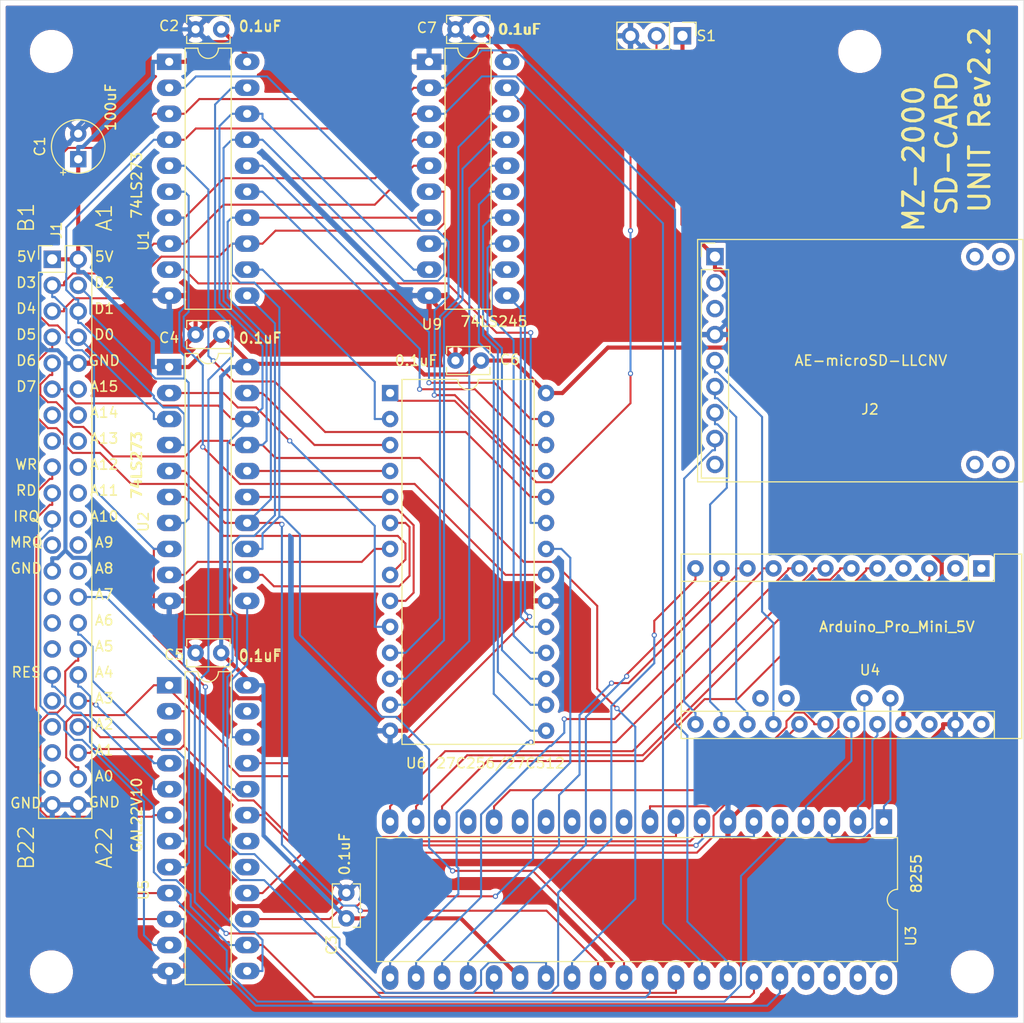
<source format=kicad_pcb>
(kicad_pcb (version 20171130) (host pcbnew "(5.1.9)-1")
  (layers (0 F.Cu signal) (31 B.Cu signal) (34 B.Paste user) (35 F.Paste user) (36 B.SilkS user hide) (37 F.SilkS user) (38 B.Mask user) (39 F.Mask user) (44 Edge.Cuts user))
  (net 0 "")
  (net 1 +5V)
  (net 2 GND)
  (net 3 "Net-(J2-Pad5)")
  (net 4 "Net-(J2-Pad6)")
  (net 5 "Net-(J2-Pad7)")
  (net 6 "Net-(J2-Pad8)")
  (net 7 "Net-(U3-Pad1)")
  (net 8 "Net-(U3-Pad21)")
  (net 9 "Net-(U3-Pad2)")
  (net 10 "Net-(U3-Pad22)")
  (net 11 "Net-(U3-Pad3)")
  (net 12 "Net-(U3-Pad23)")
  (net 13 "Net-(U3-Pad4)")
  (net 14 "Net-(U3-Pad24)")
  (net 15 "Net-(U3-Pad25)")
  (net 16 "Net-(U3-Pad10)")
  (net 17 "Net-(U3-Pad16)")
  (net 18 "Net-(U3-Pad18)")
  (net 19 "Net-(U3-Pad19)")
  (net 20 "Net-(U3-Pad20)")
  (net 21 "Net-(U1-Pad11)")
  (net 22 "Net-(U1-Pad2)")
  (net 23 "Net-(U1-Pad12)")
  (net 24 "Net-(U1-Pad5)")
  (net 25 "Net-(U1-Pad15)")
  (net 26 "Net-(U1-Pad6)")
  (net 27 "Net-(U1-Pad16)")
  (net 28 "Net-(U1-Pad9)")
  (net 29 "Net-(U1-Pad19)")
  (net 30 "Net-(U2-Pad19)")
  (net 31 "Net-(U2-Pad9)")
  (net 32 "Net-(U2-Pad16)")
  (net 33 "Net-(U2-Pad6)")
  (net 34 "Net-(U2-Pad15)")
  (net 35 "Net-(U2-Pad5)")
  (net 36 "Net-(U2-Pad12)")
  (net 37 "Net-(U2-Pad2)")
  (net 38 "Net-(U2-Pad11)")
  (net 39 "Net-(U3-Pad6)")
  (net 40 "Net-(U5-Pad21)")
  (net 41 "Net-(U4-Pad3)")
  (net 42 "Net-(U5-Pad15)")
  (net 43 "Net-(S1-Pad2)")
  (net 44 "Net-(U6-Pad15)")
  (net 45 "Net-(U6-Pad16)")
  (net 46 "Net-(U6-Pad17)")
  (net 47 "Net-(U6-Pad18)")
  (net 48 "Net-(U6-Pad19)")
  (net 49 "Net-(U6-Pad11)")
  (net 50 "Net-(U6-Pad12)")
  (net 51 "Net-(U6-Pad13)")
  (net 52 /A0)
  (net 53 /A1)
  (net 54 /A2)
  (net 55 /A3)
  (net 56 /A4)
  (net 57 /RESET)
  (net 58 /A5)
  (net 59 /A6)
  (net 60 /A7)
  (net 61 /~IOREQ)
  (net 62 /~RD)
  (net 63 /~WR)
  (net 64 /D7)
  (net 65 /D6)
  (net 66 /D0)
  (net 67 /D5)
  (net 68 /D1)
  (net 69 /D4)
  (net 70 /D2)
  (net 71 /D3)
  (module Capacitor_THT:C_Rect_L4.0mm_W2.5mm_P2.50mm (layer F.Cu) (at 121.455 144.71 90)
    (fp_text reference C3 (at -2.61 -1.44 90) (layer F.SilkS))
    (fp_text value 0.1uF (at 6.28 -0.17 90) (layer F.SilkS))
    (pad 1 thru_hole circle (at 0 0 90) (size 1.6 1.6) (drill 0.8) (layers *.Cu *.Mask) (net 1 +5V))
    (pad 2 thru_hole circle (at 2.5 0 90) (size 1.6 1.6) (drill 0.8) (layers *.Cu *.Mask) (net 2 GND))
  )
  (module Package_DIP:DIP-40_W15.24mm_LongPads (layer F.Cu) (at 173.99 135.255 270)
    (fp_text reference U3 (at 11.185 -2.64 90) (layer F.SilkS))
    (fp_text value 8255 (at 5.08 -3.175 90) (layer F.SilkS))
    (pad 1 thru_hole rect (at 0 0 270) (size 2.4 1.6) (drill 0.8) (layers *.Cu *.Mask) (net 7 "Net-(U3-Pad1)"))
    (pad 21 thru_hole oval (at 15.24 48.26 270) (size 2.4 1.6) (drill 0.8) (layers *.Cu *.Mask) (net 8 "Net-(U3-Pad21)"))
    (pad 2 thru_hole oval (at 0 2.54 270) (size 2.4 1.6) (drill 0.8) (layers *.Cu *.Mask) (net 9 "Net-(U3-Pad2)"))
    (pad 22 thru_hole oval (at 15.24 45.72 270) (size 2.4 1.6) (drill 0.8) (layers *.Cu *.Mask) (net 10 "Net-(U3-Pad22)"))
    (pad 3 thru_hole oval (at 0 5.08 270) (size 2.4 1.6) (drill 0.8) (layers *.Cu *.Mask) (net 11 "Net-(U3-Pad3)"))
    (pad 23 thru_hole oval (at 15.24 43.18 270) (size 2.4 1.6) (drill 0.8) (layers *.Cu *.Mask) (net 12 "Net-(U3-Pad23)"))
    (pad 4 thru_hole oval (at 0 7.62 270) (size 2.4 1.6) (drill 0.8) (layers *.Cu *.Mask) (net 13 "Net-(U3-Pad4)"))
    (pad 24 thru_hole oval (at 15.24 40.64 270) (size 2.4 1.6) (drill 0.8) (layers *.Cu *.Mask) (net 14 "Net-(U3-Pad24)"))
    (pad 5 thru_hole oval (at 0 10.16 270) (size 2.4 1.6) (drill 0.8) (layers *.Cu *.Mask) (net 62 /~RD))
    (pad 25 thru_hole oval (at 15.24 38.1 270) (size 2.4 1.6) (drill 0.8) (layers *.Cu *.Mask) (net 15 "Net-(U3-Pad25)"))
    (pad 6 thru_hole oval (at 0 12.7 270) (size 2.4 1.6) (drill 0.8) (layers *.Cu *.Mask) (net 39 "Net-(U3-Pad6)"))
    (pad 26 thru_hole oval (at 15.24 35.56 270) (size 2.4 1.6) (drill 0.8) (layers *.Cu *.Mask) (net 1 +5V))
    (pad 7 thru_hole oval (at 0 15.24 270) (size 2.4 1.6) (drill 0.8) (layers *.Cu *.Mask) (net 2 GND))
    (pad 27 thru_hole oval (at 15.24 33.02 270) (size 2.4 1.6) (drill 0.8) (layers *.Cu *.Mask) (net 64 /D7))
    (pad 8 thru_hole oval (at 0 17.78 270) (size 2.4 1.6) (drill 0.8) (layers *.Cu *.Mask) (net 53 /A1))
    (pad 28 thru_hole oval (at 15.24 30.48 270) (size 2.4 1.6) (drill 0.8) (layers *.Cu *.Mask) (net 65 /D6))
    (pad 9 thru_hole oval (at 0 20.32 270) (size 2.4 1.6) (drill 0.8) (layers *.Cu *.Mask) (net 52 /A0))
    (pad 29 thru_hole oval (at 15.24 27.94 270) (size 2.4 1.6) (drill 0.8) (layers *.Cu *.Mask) (net 67 /D5))
    (pad 10 thru_hole oval (at 0 22.86 270) (size 2.4 1.6) (drill 0.8) (layers *.Cu *.Mask) (net 16 "Net-(U3-Pad10)"))
    (pad 30 thru_hole oval (at 15.24 25.4 270) (size 2.4 1.6) (drill 0.8) (layers *.Cu *.Mask) (net 69 /D4))
    (pad 11 thru_hole oval (at 0 25.4 270) (size 2.4 1.6) (drill 0.8) (layers *.Cu *.Mask))
    (pad 31 thru_hole oval (at 15.24 22.86 270) (size 2.4 1.6) (drill 0.8) (layers *.Cu *.Mask) (net 71 /D3))
    (pad 12 thru_hole oval (at 0 27.94 270) (size 2.4 1.6) (drill 0.8) (layers *.Cu *.Mask))
    (pad 32 thru_hole oval (at 15.24 20.32 270) (size 2.4 1.6) (drill 0.8) (layers *.Cu *.Mask) (net 70 /D2))
    (pad 13 thru_hole oval (at 0 30.48 270) (size 2.4 1.6) (drill 0.8) (layers *.Cu *.Mask))
    (pad 33 thru_hole oval (at 15.24 17.78 270) (size 2.4 1.6) (drill 0.8) (layers *.Cu *.Mask) (net 68 /D1))
    (pad 14 thru_hole oval (at 0 33.02 270) (size 2.4 1.6) (drill 0.8) (layers *.Cu *.Mask))
    (pad 34 thru_hole oval (at 15.24 15.24 270) (size 2.4 1.6) (drill 0.8) (layers *.Cu *.Mask) (net 66 /D0))
    (pad 15 thru_hole oval (at 0 35.56 270) (size 2.4 1.6) (drill 0.8) (layers *.Cu *.Mask))
    (pad 35 thru_hole oval (at 15.24 12.7 270) (size 2.4 1.6) (drill 0.8) (layers *.Cu *.Mask) (net 57 /RESET))
    (pad 16 thru_hole oval (at 0 38.1 270) (size 2.4 1.6) (drill 0.8) (layers *.Cu *.Mask) (net 17 "Net-(U3-Pad16)"))
    (pad 36 thru_hole oval (at 15.24 10.16 270) (size 2.4 1.6) (drill 0.8) (layers *.Cu *.Mask) (net 63 /~WR))
    (pad 17 thru_hole oval (at 0 40.64 270) (size 2.4 1.6) (drill 0.8) (layers *.Cu *.Mask))
    (pad 37 thru_hole oval (at 15.24 7.62 270) (size 2.4 1.6) (drill 0.8) (layers *.Cu *.Mask))
    (pad 18 thru_hole oval (at 0 43.18 270) (size 2.4 1.6) (drill 0.8) (layers *.Cu *.Mask) (net 18 "Net-(U3-Pad18)"))
    (pad 38 thru_hole oval (at 15.24 5.08 270) (size 2.4 1.6) (drill 0.8) (layers *.Cu *.Mask))
    (pad 19 thru_hole oval (at 0 45.72 270) (size 2.4 1.6) (drill 0.8) (layers *.Cu *.Mask) (net 19 "Net-(U3-Pad19)"))
    (pad 39 thru_hole oval (at 15.24 2.54 270) (size 2.4 1.6) (drill 0.8) (layers *.Cu *.Mask))
    (pad 20 thru_hole oval (at 0 48.26 270) (size 2.4 1.6) (drill 0.8) (layers *.Cu *.Mask) (net 20 "Net-(U3-Pad20)"))
    (pad 40 thru_hole oval (at 15.24 0 270) (size 2.4 1.6) (drill 0.8) (layers *.Cu *.Mask))
  )
  (module MountingHole:MountingHole_3.2mm_M3 (layer F.Cu) (at 92.63 59.94)
    (fp_text reference MH4 hide)
    (fp_text value MountingHole_3.2mm_M3 hide)
    (pad 1 np_thru_hole circle (at 0 0) (size 3.2 3.2) (drill 3.2) (layers *.Cu *.Mask))
  )
  (module MountingHole:MountingHole_3.2mm_M3 (layer F.Cu) (at 171.63 59.94)
    (fp_text reference MH3 hide)
    (fp_text value MountingHole_3.2mm_M3 hide)
    (pad 1 np_thru_hole circle (at 0 0) (size 3.2 3.2) (drill 3.2) (layers *.Cu *.Mask))
  )
  (module MountingHole:MountingHole_3.2mm_M3 (layer F.Cu) (at 182.63 149.94)
    (fp_text reference MH2 hide)
    (fp_text value MountingHole_3.2mm_M3 hide)
    (pad 1 np_thru_hole circle (at 0 0) (size 3.2 3.2) (drill 3.2) (layers *.Cu *.Mask))
  )
  (module MountingHole:MountingHole_3.2mm_M3 (layer F.Cu) (at 92.63 149.94)
    (fp_text reference MH1 hide)
    (fp_text value MountingHole_3.2mm_M3 hide)
    (pad 1 np_thru_hole circle (at 0 0) (size 3.2 3.2) (drill 3.2) (layers *.Cu *.Mask))
  )
  (module MZ2000_SD:AE-microSD-LLCNV (layer F.Cu) (at 157.48 100.33 180)
    (fp_text reference J2 (at -15.15 5.39) (layer F.SilkS))
    (fp_text value Micro_SD_Card_Kit)
    (fp_text user AE-microSD-LLCNV (at -15.24 10.16) (layer F.SilkS))
    (pad 1 thru_hole rect (at 0 20.32) (size 1.7 1.7) (drill 1) (layers *.Cu *.Mask) (net 1 +5V))
    (pad 2 thru_hole oval (at 0 17.78) (size 1.7 1.7) (drill 1) (layers *.Cu *.Mask))
    (pad 3 thru_hole oval (at 0 15.24) (size 1.7 1.7) (drill 1) (layers *.Cu *.Mask))
    (pad 4 thru_hole oval (at 0 12.7) (size 1.7 1.7) (drill 1) (layers *.Cu *.Mask) (net 2 GND))
    (pad 5 thru_hole oval (at 0 10.16) (size 1.7 1.7) (drill 1) (layers *.Cu *.Mask) (net 3 "Net-(J2-Pad5)"))
    (pad 6 thru_hole oval (at 0 7.62) (size 1.7 1.7) (drill 1) (layers *.Cu *.Mask) (net 4 "Net-(J2-Pad6)"))
    (pad 7 thru_hole oval (at 0 5.08) (size 1.7 1.7) (drill 1) (layers *.Cu *.Mask) (net 5 "Net-(J2-Pad7)"))
    (pad 8 thru_hole oval (at 0 2.54) (size 1.7 1.7) (drill 1) (layers *.Cu *.Mask) (net 6 "Net-(J2-Pad8)"))
    (pad 9 thru_hole oval (at 0 0) (size 1.7 1.7) (drill 1) (layers *.Cu *.Mask))
    (pad "" thru_hole oval (at -27.94 0 180) (size 1.7 1.7) (drill 1) (layers *.Cu *.Mask))
    (pad "" thru_hole oval (at -25.4 0 180) (size 1.7 1.7) (drill 1) (layers *.Cu *.Mask))
    (pad "" thru_hole oval (at -27.94 20.32 180) (size 1.7 1.7) (drill 1) (layers *.Cu *.Mask))
    (pad "" thru_hole oval (at -25.4 20.32 180) (size 1.7 1.7) (drill 1) (layers *.Cu *.Mask))
  )
  (module MZ2000_SD:Arduino_Pro_Mini (layer F.Cu) (at 183.515 110.49 270)
    (fp_text reference U4 (at 9.95 10.885) (layer F.SilkS))
    (fp_text value Arduino_Pro_Mini_5V (at 5.715 8.255) (layer F.SilkS))
    (pad 1 thru_hole rect (at 0 0 270) (size 1.6 1.6) (drill 0.8) (layers *.Cu *.Mask))
    (pad 2 thru_hole oval (at 0 2.54 270) (size 1.6 1.6) (drill 0.8) (layers *.Cu *.Mask))
    (pad 3 thru_hole oval (at 0 5.08 270) (size 1.6 1.6) (drill 0.8) (layers *.Cu *.Mask) (net 41 "Net-(U4-Pad3)"))
    (pad 13 thru_hole oval (at 15.24 27.94 270) (size 1.6 1.6) (drill 0.8) (layers *.Cu *.Mask) (net 6 "Net-(J2-Pad8)"))
    (pad 4 thru_hole oval (at 0 7.62 270) (size 1.6 1.6) (drill 0.8) (layers *.Cu *.Mask))
    (pad 14 thru_hole oval (at 15.24 25.4 270) (size 1.6 1.6) (drill 0.8) (layers *.Cu *.Mask) (net 5 "Net-(J2-Pad7)"))
    (pad 5 thru_hole oval (at 0 10.16 270) (size 1.6 1.6) (drill 0.8) (layers *.Cu *.Mask) (net 18 "Net-(U3-Pad18)"))
    (pad 15 thru_hole oval (at 15.24 22.86 270) (size 1.6 1.6) (drill 0.8) (layers *.Cu *.Mask) (net 4 "Net-(J2-Pad6)"))
    (pad 6 thru_hole oval (at 0 12.7 270) (size 1.6 1.6) (drill 0.8) (layers *.Cu *.Mask) (net 19 "Net-(U3-Pad19)"))
    (pad 16 thru_hole oval (at 15.24 20.32 270) (size 1.6 1.6) (drill 0.8) (layers *.Cu *.Mask) (net 3 "Net-(J2-Pad5)"))
    (pad 7 thru_hole oval (at 0 15.24 270) (size 1.6 1.6) (drill 0.8) (layers *.Cu *.Mask) (net 20 "Net-(U3-Pad20)"))
    (pad 17 thru_hole oval (at 15.24 17.78 270) (size 1.6 1.6) (drill 0.8) (layers *.Cu *.Mask) (net 16 "Net-(U3-Pad10)"))
    (pad 8 thru_hole oval (at 0 17.78 270) (size 1.6 1.6) (drill 0.8) (layers *.Cu *.Mask) (net 8 "Net-(U3-Pad21)"))
    (pad 18 thru_hole oval (at 15.24 15.24 270) (size 1.6 1.6) (drill 0.8) (layers *.Cu *.Mask) (net 17 "Net-(U3-Pad16)"))
    (pad 9 thru_hole oval (at 0 20.32 270) (size 1.6 1.6) (drill 0.8) (layers *.Cu *.Mask) (net 10 "Net-(U3-Pad22)"))
    (pad 19 thru_hole oval (at 15.24 12.7 270) (size 1.6 1.6) (drill 0.8) (layers *.Cu *.Mask) (net 13 "Net-(U3-Pad4)"))
    (pad 10 thru_hole oval (at 0 22.86 270) (size 1.6 1.6) (drill 0.8) (layers *.Cu *.Mask) (net 12 "Net-(U3-Pad23)"))
    (pad 20 thru_hole oval (at 15.24 10.16 270) (size 1.6 1.6) (drill 0.8) (layers *.Cu *.Mask) (net 11 "Net-(U3-Pad3)"))
    (pad 11 thru_hole oval (at 0 25.4 270) (size 1.6 1.6) (drill 0.8) (layers *.Cu *.Mask) (net 14 "Net-(U3-Pad24)"))
    (pad 21 thru_hole oval (at 15.24 7.62 270) (size 1.6 1.6) (drill 0.8) (layers *.Cu *.Mask) (net 1 +5V))
    (pad 12 thru_hole oval (at 0 27.94 270) (size 1.6 1.6) (drill 0.8) (layers *.Cu *.Mask) (net 15 "Net-(U3-Pad25)"))
    (pad 22 thru_hole oval (at 15.24 5.08 270) (size 1.6 1.6) (drill 0.8) (layers *.Cu *.Mask))
    (pad 23 thru_hole oval (at 15.24 2.54 270) (size 1.6 1.6) (drill 0.8) (layers *.Cu *.Mask) (net 2 GND))
    (pad 24 thru_hole oval (at 15.24 0 270) (size 1.6 1.6) (drill 0.8) (layers *.Cu *.Mask))
    (pad A5 thru_hole oval (at 12.7 8.89 270) (size 1.6 1.6) (drill 0.8) (layers *.Cu *.Mask) (net 7 "Net-(U3-Pad1)"))
    (pad A4 thru_hole oval (at 12.7 11.43 270) (size 1.6 1.6) (drill 0.8) (layers *.Cu *.Mask) (net 9 "Net-(U3-Pad2)"))
    (pad A7 thru_hole oval (at 12.7 19.05 270) (size 1.6 1.6) (drill 0.8) (layers *.Cu *.Mask))
    (pad A6 thru_hole oval (at 12.7 21.59 270) (size 1.6 1.6) (drill 0.8) (layers *.Cu *.Mask))
  )
  (module Capacitor_THT:C_Rect_L4.0mm_W2.5mm_P2.50mm (layer F.Cu) (at 109.22 57.785 180)
    (fp_text reference C2 (at 5.09 0.345) (layer F.SilkS))
    (fp_text value 0.1uF (at -3.81 0.345) (layer F.SilkS))
    (pad 2 thru_hole circle (at 2.5 0 180) (size 1.6 1.6) (drill 0.8) (layers *.Cu *.Mask) (net 2 GND))
    (pad 1 thru_hole circle (at 0 0 180) (size 1.6 1.6) (drill 0.8) (layers *.Cu *.Mask) (net 1 +5V))
  )
  (module Capacitor_THT:C_Rect_L4.0mm_W2.5mm_P2.50mm (layer F.Cu) (at 109.22 87.63 180)
    (fp_text reference C4 (at 5.09 -0.31) (layer F.SilkS))
    (fp_text value 0.1uF (at -3.81 -0.31) (layer F.SilkS))
    (pad 1 thru_hole circle (at 0 0 180) (size 1.6 1.6) (drill 0.8) (layers *.Cu *.Mask) (net 1 +5V))
    (pad 2 thru_hole circle (at 2.5 0 180) (size 1.6 1.6) (drill 0.8) (layers *.Cu *.Mask) (net 2 GND))
  )
  (module Capacitor_THT:C_Rect_L4.0mm_W2.5mm_P2.50mm (layer F.Cu) (at 109.22 118.745 180)
    (fp_text reference C5 (at 4.59 -0.195) (layer F.SilkS))
    (fp_text value 0.1uF (at -3.81 -0.195) (layer F.SilkS))
    (pad 2 thru_hole circle (at 2.5 0 180) (size 1.6 1.6) (drill 0.8) (layers *.Cu *.Mask) (net 2 GND))
    (pad 1 thru_hole circle (at 0 0 180) (size 1.6 1.6) (drill 0.8) (layers *.Cu *.Mask) (net 1 +5V))
  )
  (module Capacitor_THT:C_Rect_L4.0mm_W2.5mm_P2.50mm (layer F.Cu) (at 134.62 90.17 180)
    (fp_text reference C6 (at -2.81 0.095) (layer F.SilkS))
    (fp_text value 0.1uF (at 6.35 0) (layer F.SilkS))
    (pad 1 thru_hole circle (at 0 0 180) (size 1.6 1.6) (drill 0.8) (layers *.Cu *.Mask) (net 1 +5V))
    (pad 2 thru_hole circle (at 2.5 0 180) (size 1.6 1.6) (drill 0.8) (layers *.Cu *.Mask) (net 2 GND))
  )
  (module Capacitor_THT:C_Rect_L4.0mm_W2.5mm_P2.50mm (layer F.Cu) (at 134.62 57.785 180)
    (fp_text reference C7 (at 5.305 0.155) (layer F.SilkS))
    (fp_text value 0.1uF (at -3.695 0) (layer F.SilkS))
    (pad 1 thru_hole circle (at 0 0 180) (size 1.6 1.6) (drill 0.8) (layers *.Cu *.Mask) (net 1 +5V))
    (pad 2 thru_hole circle (at 2.5 0 180) (size 1.6 1.6) (drill 0.8) (layers *.Cu *.Mask) (net 2 GND))
  )
  (module mz-2000:PinHeader_2x22_P2.54mm_Vertical (layer F.Cu) (at 93.98 106.94 270)
    (fp_text reference J1 (at -29.5 0.85 90) (layer F.SilkS))
    (fp_text value BUS)
    (pad a22 thru_hole oval (at 26.67 -1.27) (size 1.7 1.7) (drill 1) (layers *.Cu *.Mask) (net 2 GND))
    (pad b22 thru_hole oval (at 26.67 1.27) (size 1.7 1.7) (drill 1) (layers *.Cu *.Mask) (net 2 GND))
    (pad a21 thru_hole oval (at 24.13 -1.27) (size 1.7 1.7) (drill 1) (layers *.Cu *.Mask) (net 52 /A0))
    (pad b21 thru_hole oval (at 24.13 1.27) (size 1.7 1.7) (drill 1) (layers *.Cu *.Mask))
    (pad a20 thru_hole oval (at 21.59 -1.27) (size 1.7 1.7) (drill 1) (layers *.Cu *.Mask) (net 53 /A1))
    (pad b20 thru_hole oval (at 21.59 1.27) (size 1.7 1.7) (drill 1) (layers *.Cu *.Mask))
    (pad a19 thru_hole oval (at 19.05 -1.27) (size 1.7 1.7) (drill 1) (layers *.Cu *.Mask) (net 54 /A2))
    (pad b19 thru_hole oval (at 19.05 1.27) (size 1.7 1.7) (drill 1) (layers *.Cu *.Mask))
    (pad a18 thru_hole oval (at 16.51 -1.27) (size 1.7 1.7) (drill 1) (layers *.Cu *.Mask) (net 55 /A3))
    (pad b18 thru_hole oval (at 16.51 1.27) (size 1.7 1.7) (drill 1) (layers *.Cu *.Mask))
    (pad a17 thru_hole oval (at 13.97 -1.27) (size 1.7 1.7) (drill 1) (layers *.Cu *.Mask) (net 56 /A4))
    (pad b17 thru_hole oval (at 13.97 1.27) (size 1.7 1.7) (drill 1) (layers *.Cu *.Mask) (net 57 /RESET))
    (pad a16 thru_hole oval (at 11.43 -1.27) (size 1.7 1.7) (drill 1) (layers *.Cu *.Mask) (net 58 /A5))
    (pad b16 thru_hole oval (at 11.43 1.27) (size 1.7 1.7) (drill 1) (layers *.Cu *.Mask))
    (pad a15 thru_hole oval (at 8.89 -1.27) (size 1.7 1.7) (drill 1) (layers *.Cu *.Mask) (net 59 /A6))
    (pad b15 thru_hole oval (at 8.89 1.27) (size 1.7 1.7) (drill 1) (layers *.Cu *.Mask))
    (pad a14 thru_hole oval (at 6.35 -1.27) (size 1.7 1.7) (drill 1) (layers *.Cu *.Mask) (net 60 /A7))
    (pad b14 thru_hole oval (at 6.35 1.27) (size 1.7 1.7) (drill 1) (layers *.Cu *.Mask))
    (pad a13 thru_hole oval (at 3.81 -1.27) (size 1.7 1.7) (drill 1) (layers *.Cu *.Mask))
    (pad b13 thru_hole oval (at 3.81 1.27) (size 1.7 1.7) (drill 1) (layers *.Cu *.Mask) (net 2 GND))
    (pad a12 thru_hole oval (at 1.27 -1.27) (size 1.7 1.7) (drill 1) (layers *.Cu *.Mask))
    (pad b12 thru_hole oval (at 1.27 1.27) (size 1.7 1.7) (drill 1) (layers *.Cu *.Mask))
    (pad a11 thru_hole oval (at -1.27 -1.27) (size 1.7 1.7) (drill 1) (layers *.Cu *.Mask))
    (pad b11 thru_hole oval (at -1.27 1.27) (size 1.7 1.7) (drill 1) (layers *.Cu *.Mask) (net 61 /~IOREQ))
    (pad a10 thru_hole oval (at -3.81 -1.27) (size 1.7 1.7) (drill 1) (layers *.Cu *.Mask))
    (pad b10 thru_hole oval (at -3.81 1.27) (size 1.7 1.7) (drill 1) (layers *.Cu *.Mask) (net 62 /~RD))
    (pad a9 thru_hole oval (at -6.35 -1.27) (size 1.7 1.7) (drill 1) (layers *.Cu *.Mask))
    (pad b9 thru_hole oval (at -6.35 1.27) (size 1.7 1.7) (drill 1) (layers *.Cu *.Mask) (net 63 /~WR))
    (pad a8 thru_hole oval (at -8.89 -1.27) (size 1.7 1.7) (drill 1) (layers *.Cu *.Mask))
    (pad b8 thru_hole oval (at -8.89 1.27) (size 1.7 1.7) (drill 1) (layers *.Cu *.Mask))
    (pad a7 thru_hole oval (at -11.43 -1.27) (size 1.7 1.7) (drill 1) (layers *.Cu *.Mask))
    (pad b7 thru_hole oval (at -11.43 1.27) (size 1.7 1.7) (drill 1) (layers *.Cu *.Mask))
    (pad a6 thru_hole oval (at -13.97 -1.27) (size 1.7 1.7) (drill 1) (layers *.Cu *.Mask))
    (pad b6 thru_hole oval (at -13.97 1.27) (size 1.7 1.7) (drill 1) (layers *.Cu *.Mask) (net 64 /D7))
    (pad a5 thru_hole oval (at -16.51 -1.27) (size 1.7 1.7) (drill 1) (layers *.Cu *.Mask) (net 2 GND))
    (pad b5 thru_hole oval (at -16.51 1.27) (size 1.7 1.7) (drill 1) (layers *.Cu *.Mask) (net 65 /D6))
    (pad a4 thru_hole oval (at -19.05 -1.27) (size 1.7 1.7) (drill 1) (layers *.Cu *.Mask) (net 66 /D0))
    (pad b4 thru_hole oval (at -19.05 1.27) (size 1.7 1.7) (drill 1) (layers *.Cu *.Mask) (net 67 /D5))
    (pad a3 thru_hole oval (at -21.59 -1.27) (size 1.7 1.7) (drill 1) (layers *.Cu *.Mask) (net 68 /D1))
    (pad b3 thru_hole oval (at -21.59 1.27) (size 1.7 1.7) (drill 1) (layers *.Cu *.Mask) (net 69 /D4))
    (pad a2 thru_hole oval (at -24.13 -1.27) (size 1.7 1.7) (drill 1) (layers *.Cu *.Mask) (net 70 /D2))
    (pad b2 thru_hole oval (at -24.13 1.27) (size 1.7 1.7) (drill 1) (layers *.Cu *.Mask) (net 71 /D3))
    (pad a1 thru_hole oval (at -26.67 -1.27) (size 1.7 1.7) (drill 1) (layers *.Cu *.Mask) (net 1 +5V))
    (pad b1 thru_hole rect (at -26.67 1.27) (size 1.7 1.7) (drill 1) (layers *.Cu *.Mask) (net 1 +5V))
  )
  (module Package_DIP:DIP-20_W7.62mm_LongPads (layer F.Cu) (at 104.14 60.96)
    (fp_text reference U1 (at -2.51 17.48 90) (layer F.SilkS))
    (fp_text value 74LS273 (at -3.175 12.065 90) (layer F.SilkS))
    (pad 1 thru_hole rect (at 0 0) (size 2.4 1.6) (drill 0.8) (layers *.Cu *.Mask) (net 1 +5V))
    (pad 11 thru_hole oval (at 7.62 22.86) (size 2.4 1.6) (drill 0.8) (layers *.Cu *.Mask) (net 21 "Net-(U1-Pad11)"))
    (pad 2 thru_hole oval (at 0 2.54) (size 2.4 1.6) (drill 0.8) (layers *.Cu *.Mask) (net 22 "Net-(U1-Pad2)"))
    (pad 12 thru_hole oval (at 7.62 20.32) (size 2.4 1.6) (drill 0.8) (layers *.Cu *.Mask) (net 23 "Net-(U1-Pad12)"))
    (pad 3 thru_hole oval (at 0 5.08) (size 2.4 1.6) (drill 0.8) (layers *.Cu *.Mask) (net 66 /D0))
    (pad 13 thru_hole oval (at 7.62 17.78) (size 2.4 1.6) (drill 0.8) (layers *.Cu *.Mask) (net 69 /D4))
    (pad 4 thru_hole oval (at 0 7.62) (size 2.4 1.6) (drill 0.8) (layers *.Cu *.Mask) (net 68 /D1))
    (pad 14 thru_hole oval (at 7.62 15.24) (size 2.4 1.6) (drill 0.8) (layers *.Cu *.Mask) (net 67 /D5))
    (pad 5 thru_hole oval (at 0 10.16) (size 2.4 1.6) (drill 0.8) (layers *.Cu *.Mask) (net 24 "Net-(U1-Pad5)"))
    (pad 15 thru_hole oval (at 7.62 12.7) (size 2.4 1.6) (drill 0.8) (layers *.Cu *.Mask) (net 25 "Net-(U1-Pad15)"))
    (pad 6 thru_hole oval (at 0 12.7) (size 2.4 1.6) (drill 0.8) (layers *.Cu *.Mask) (net 26 "Net-(U1-Pad6)"))
    (pad 16 thru_hole oval (at 7.62 10.16) (size 2.4 1.6) (drill 0.8) (layers *.Cu *.Mask) (net 27 "Net-(U1-Pad16)"))
    (pad 7 thru_hole oval (at 0 15.24) (size 2.4 1.6) (drill 0.8) (layers *.Cu *.Mask) (net 70 /D2))
    (pad 17 thru_hole oval (at 7.62 7.62) (size 2.4 1.6) (drill 0.8) (layers *.Cu *.Mask) (net 65 /D6))
    (pad 8 thru_hole oval (at 0 17.78) (size 2.4 1.6) (drill 0.8) (layers *.Cu *.Mask) (net 71 /D3))
    (pad 18 thru_hole oval (at 7.62 5.08) (size 2.4 1.6) (drill 0.8) (layers *.Cu *.Mask) (net 64 /D7))
    (pad 9 thru_hole oval (at 0 20.32) (size 2.4 1.6) (drill 0.8) (layers *.Cu *.Mask) (net 28 "Net-(U1-Pad9)"))
    (pad 19 thru_hole oval (at 7.62 2.54) (size 2.4 1.6) (drill 0.8) (layers *.Cu *.Mask) (net 29 "Net-(U1-Pad19)"))
    (pad 10 thru_hole oval (at 0 22.86) (size 2.4 1.6) (drill 0.8) (layers *.Cu *.Mask) (net 2 GND))
    (pad 20 thru_hole oval (at 7.62 0) (size 2.4 1.6) (drill 0.8) (layers *.Cu *.Mask) (net 1 +5V))
  )
  (module Package_DIP:DIP-20_W7.62mm_LongPads (layer F.Cu) (at 104.14 90.805)
    (fp_text reference U2 (at -2.51 15.135 90) (layer F.SilkS))
    (fp_text value 74LS273 (at -3.175 9.635 90) (layer F.SilkS))
    (pad 20 thru_hole oval (at 7.62 0) (size 2.4 1.6) (drill 0.8) (layers *.Cu *.Mask) (net 1 +5V))
    (pad 10 thru_hole oval (at 0 22.86) (size 2.4 1.6) (drill 0.8) (layers *.Cu *.Mask) (net 2 GND))
    (pad 19 thru_hole oval (at 7.62 2.54) (size 2.4 1.6) (drill 0.8) (layers *.Cu *.Mask) (net 30 "Net-(U2-Pad19)"))
    (pad 9 thru_hole oval (at 0 20.32) (size 2.4 1.6) (drill 0.8) (layers *.Cu *.Mask) (net 31 "Net-(U2-Pad9)"))
    (pad 18 thru_hole oval (at 7.62 5.08) (size 2.4 1.6) (drill 0.8) (layers *.Cu *.Mask) (net 64 /D7))
    (pad 8 thru_hole oval (at 0 17.78) (size 2.4 1.6) (drill 0.8) (layers *.Cu *.Mask) (net 71 /D3))
    (pad 17 thru_hole oval (at 7.62 7.62) (size 2.4 1.6) (drill 0.8) (layers *.Cu *.Mask) (net 65 /D6))
    (pad 7 thru_hole oval (at 0 15.24) (size 2.4 1.6) (drill 0.8) (layers *.Cu *.Mask) (net 70 /D2))
    (pad 16 thru_hole oval (at 7.62 10.16) (size 2.4 1.6) (drill 0.8) (layers *.Cu *.Mask) (net 32 "Net-(U2-Pad16)"))
    (pad 6 thru_hole oval (at 0 12.7) (size 2.4 1.6) (drill 0.8) (layers *.Cu *.Mask) (net 33 "Net-(U2-Pad6)"))
    (pad 15 thru_hole oval (at 7.62 12.7) (size 2.4 1.6) (drill 0.8) (layers *.Cu *.Mask) (net 34 "Net-(U2-Pad15)"))
    (pad 5 thru_hole oval (at 0 10.16) (size 2.4 1.6) (drill 0.8) (layers *.Cu *.Mask) (net 35 "Net-(U2-Pad5)"))
    (pad 14 thru_hole oval (at 7.62 15.24) (size 2.4 1.6) (drill 0.8) (layers *.Cu *.Mask) (net 67 /D5))
    (pad 4 thru_hole oval (at 0 7.62) (size 2.4 1.6) (drill 0.8) (layers *.Cu *.Mask) (net 68 /D1))
    (pad 13 thru_hole oval (at 7.62 17.78) (size 2.4 1.6) (drill 0.8) (layers *.Cu *.Mask) (net 69 /D4))
    (pad 3 thru_hole oval (at 0 5.08) (size 2.4 1.6) (drill 0.8) (layers *.Cu *.Mask) (net 66 /D0))
    (pad 12 thru_hole oval (at 7.62 20.32) (size 2.4 1.6) (drill 0.8) (layers *.Cu *.Mask) (net 36 "Net-(U2-Pad12)"))
    (pad 2 thru_hole oval (at 0 2.54) (size 2.4 1.6) (drill 0.8) (layers *.Cu *.Mask) (net 37 "Net-(U2-Pad2)"))
    (pad 11 thru_hole oval (at 7.62 22.86) (size 2.4 1.6) (drill 0.8) (layers *.Cu *.Mask) (net 38 "Net-(U2-Pad11)"))
    (pad 1 thru_hole rect (at 0 0) (size 2.4 1.6) (drill 0.8) (layers *.Cu *.Mask) (net 1 +5V))
  )
  (module Package_DIP:DIP-24_W7.62mm_LongPads (layer F.Cu) (at 104.14 121.92)
    (fp_text reference U5 (at -2.51 20.02 90) (layer F.SilkS))
    (fp_text value GAL22V10 (at -3.175 12.7 90) (layer F.SilkS))
    (pad 1 thru_hole rect (at 0 0) (size 2.4 1.6) (drill 0.8) (layers *.Cu *.Mask) (net 52 /A0))
    (pad 13 thru_hole oval (at 7.62 27.94) (size 2.4 1.6) (drill 0.8) (layers *.Cu *.Mask) (net 29 "Net-(U1-Pad19)"))
    (pad 2 thru_hole oval (at 0 2.54) (size 2.4 1.6) (drill 0.8) (layers *.Cu *.Mask) (net 53 /A1))
    (pad 14 thru_hole oval (at 7.62 25.4) (size 2.4 1.6) (drill 0.8) (layers *.Cu *.Mask) (net 57 /RESET))
    (pad 3 thru_hole oval (at 0 5.08) (size 2.4 1.6) (drill 0.8) (layers *.Cu *.Mask) (net 54 /A2))
    (pad 15 thru_hole oval (at 7.62 22.86) (size 2.4 1.6) (drill 0.8) (layers *.Cu *.Mask) (net 42 "Net-(U5-Pad15)"))
    (pad 4 thru_hole oval (at 0 7.62) (size 2.4 1.6) (drill 0.8) (layers *.Cu *.Mask) (net 55 /A3))
    (pad 16 thru_hole oval (at 7.62 20.32) (size 2.4 1.6) (drill 0.8) (layers *.Cu *.Mask) (net 41 "Net-(U4-Pad3)"))
    (pad 5 thru_hole oval (at 0 10.16) (size 2.4 1.6) (drill 0.8) (layers *.Cu *.Mask) (net 56 /A4))
    (pad 17 thru_hole oval (at 7.62 17.78) (size 2.4 1.6) (drill 0.8) (layers *.Cu *.Mask))
    (pad 6 thru_hole oval (at 0 12.7) (size 2.4 1.6) (drill 0.8) (layers *.Cu *.Mask) (net 58 /A5))
    (pad 18 thru_hole oval (at 7.62 15.24) (size 2.4 1.6) (drill 0.8) (layers *.Cu *.Mask))
    (pad 7 thru_hole oval (at 0 15.24) (size 2.4 1.6) (drill 0.8) (layers *.Cu *.Mask) (net 59 /A6))
    (pad 19 thru_hole oval (at 7.62 12.7) (size 2.4 1.6) (drill 0.8) (layers *.Cu *.Mask) (net 39 "Net-(U3-Pad6)"))
    (pad 8 thru_hole oval (at 0 17.78) (size 2.4 1.6) (drill 0.8) (layers *.Cu *.Mask) (net 60 /A7))
    (pad 20 thru_hole oval (at 7.62 10.16) (size 2.4 1.6) (drill 0.8) (layers *.Cu *.Mask) (net 21 "Net-(U1-Pad11)"))
    (pad 9 thru_hole oval (at 0 20.32) (size 2.4 1.6) (drill 0.8) (layers *.Cu *.Mask) (net 62 /~RD))
    (pad 21 thru_hole oval (at 7.62 7.62) (size 2.4 1.6) (drill 0.8) (layers *.Cu *.Mask) (net 40 "Net-(U5-Pad21)"))
    (pad 10 thru_hole oval (at 0 22.86) (size 2.4 1.6) (drill 0.8) (layers *.Cu *.Mask) (net 63 /~WR))
    (pad 22 thru_hole oval (at 7.62 5.08) (size 2.4 1.6) (drill 0.8) (layers *.Cu *.Mask) (net 38 "Net-(U2-Pad11)"))
    (pad 11 thru_hole oval (at 0 25.4) (size 2.4 1.6) (drill 0.8) (layers *.Cu *.Mask) (net 61 /~IOREQ))
    (pad 23 thru_hole oval (at 7.62 2.54) (size 2.4 1.6) (drill 0.8) (layers *.Cu *.Mask))
    (pad 12 thru_hole oval (at 0 27.94) (size 2.4 1.6) (drill 0.8) (layers *.Cu *.Mask) (net 2 GND))
    (pad 24 thru_hole oval (at 7.62 0) (size 2.4 1.6) (drill 0.8) (layers *.Cu *.Mask) (net 1 +5V))
  )
  (module Package_DIP:DIP-20_W7.62mm_LongPads (layer F.Cu) (at 129.54 60.96)
    (fp_text reference U9 (at 0.275 25.67) (layer F.SilkS))
    (fp_text value 74LS245 (at 6.35 25.4) (layer F.SilkS))
    (pad 1 thru_hole rect (at 0 0) (size 2.4 1.6) (drill 0.8) (layers *.Cu *.Mask) (net 2 GND))
    (pad 11 thru_hole oval (at 7.62 22.86) (size 2.4 1.6) (drill 0.8) (layers *.Cu *.Mask) (net 48 "Net-(U6-Pad19)"))
    (pad 2 thru_hole oval (at 0 2.54) (size 2.4 1.6) (drill 0.8) (layers *.Cu *.Mask) (net 66 /D0))
    (pad 12 thru_hole oval (at 7.62 20.32) (size 2.4 1.6) (drill 0.8) (layers *.Cu *.Mask) (net 47 "Net-(U6-Pad18)"))
    (pad 3 thru_hole oval (at 0 5.08) (size 2.4 1.6) (drill 0.8) (layers *.Cu *.Mask) (net 68 /D1))
    (pad 13 thru_hole oval (at 7.62 17.78) (size 2.4 1.6) (drill 0.8) (layers *.Cu *.Mask) (net 46 "Net-(U6-Pad17)"))
    (pad 4 thru_hole oval (at 0 7.62) (size 2.4 1.6) (drill 0.8) (layers *.Cu *.Mask) (net 70 /D2))
    (pad 14 thru_hole oval (at 7.62 15.24) (size 2.4 1.6) (drill 0.8) (layers *.Cu *.Mask) (net 45 "Net-(U6-Pad16)"))
    (pad 5 thru_hole oval (at 0 10.16) (size 2.4 1.6) (drill 0.8) (layers *.Cu *.Mask) (net 71 /D3))
    (pad 15 thru_hole oval (at 7.62 12.7) (size 2.4 1.6) (drill 0.8) (layers *.Cu *.Mask) (net 44 "Net-(U6-Pad15)"))
    (pad 6 thru_hole oval (at 0 12.7) (size 2.4 1.6) (drill 0.8) (layers *.Cu *.Mask) (net 69 /D4))
    (pad 16 thru_hole oval (at 7.62 10.16) (size 2.4 1.6) (drill 0.8) (layers *.Cu *.Mask) (net 51 "Net-(U6-Pad13)"))
    (pad 7 thru_hole oval (at 0 15.24) (size 2.4 1.6) (drill 0.8) (layers *.Cu *.Mask) (net 67 /D5))
    (pad 17 thru_hole oval (at 7.62 7.62) (size 2.4 1.6) (drill 0.8) (layers *.Cu *.Mask) (net 50 "Net-(U6-Pad12)"))
    (pad 8 thru_hole oval (at 0 17.78) (size 2.4 1.6) (drill 0.8) (layers *.Cu *.Mask) (net 65 /D6))
    (pad 18 thru_hole oval (at 7.62 5.08) (size 2.4 1.6) (drill 0.8) (layers *.Cu *.Mask) (net 49 "Net-(U6-Pad11)"))
    (pad 9 thru_hole oval (at 0 20.32) (size 2.4 1.6) (drill 0.8) (layers *.Cu *.Mask) (net 64 /D7))
    (pad 19 thru_hole oval (at 7.62 2.54) (size 2.4 1.6) (drill 0.8) (layers *.Cu *.Mask) (net 40 "Net-(U5-Pad21)"))
    (pad 10 thru_hole oval (at 0 22.86) (size 2.4 1.6) (drill 0.8) (layers *.Cu *.Mask) (net 2 GND))
    (pad 20 thru_hole oval (at 7.62 0) (size 2.4 1.6) (drill 0.8) (layers *.Cu *.Mask) (net 1 +5V))
  )
  (module Capacitor_THT:CP_Radial_Tantal_D5.0mm_P2.50mm (layer F.Cu) (at 95.25 70.485 90)
    (fp_text reference C1 (at 1.25 -3.75 90) (layer F.SilkS))
    (fp_text value 100uF (at 5.08 3.175 90) (layer F.SilkS))
    (pad 1 thru_hole rect (at 0 0 90) (size 1.6 1.6) (drill 0.8) (layers *.Cu *.Mask) (net 1 +5V))
    (pad 2 thru_hole circle (at 2.5 0 90) (size 1.6 1.6) (drill 0.8) (layers *.Cu *.Mask) (net 2 GND))
  )
  (module Connector_PinHeader_2.54mm:PinHeader_1x03_P2.54mm_Vertical (layer F.Cu) (at 154.305 58.42 270)
    (fp_text reference S1 (at 0 -2.33) (layer F.SilkS))
    (fp_text value SLIDE_SWITCH_3P)
    (pad 1 thru_hole rect (at 0 0 270) (size 1.7 1.7) (drill 1) (layers *.Cu *.Mask) (net 1 +5V))
    (pad 2 thru_hole oval (at 0 2.54 270) (size 1.7 1.7) (drill 1) (layers *.Cu *.Mask) (net 43 "Net-(S1-Pad2)"))
    (pad 3 thru_hole oval (at 0 5.08 270) (size 1.7 1.7) (drill 1) (layers *.Cu *.Mask) (net 2 GND))
  )
  (module Package_DIP:DIP-28_W15.24mm (layer F.Cu) (at 125.73 93.345)
    (fp_text reference U6 (at 2.54 36.195) (layer F.SilkS))
    (fp_text value 29C256/27C512)
    (pad 1 thru_hole rect (at 0 0) (size 1.6 1.6) (drill 0.8) (layers *.Cu *.Mask) (net 43 "Net-(S1-Pad2)"))
    (pad 15 thru_hole oval (at 15.24 33.02) (size 1.6 1.6) (drill 0.8) (layers *.Cu *.Mask) (net 44 "Net-(U6-Pad15)"))
    (pad 2 thru_hole oval (at 0 2.54) (size 1.6 1.6) (drill 0.8) (layers *.Cu *.Mask) (net 23 "Net-(U1-Pad12)"))
    (pad 16 thru_hole oval (at 15.24 30.48) (size 1.6 1.6) (drill 0.8) (layers *.Cu *.Mask) (net 45 "Net-(U6-Pad16)"))
    (pad 3 thru_hole oval (at 0 5.08) (size 1.6 1.6) (drill 0.8) (layers *.Cu *.Mask) (net 30 "Net-(U2-Pad19)"))
    (pad 17 thru_hole oval (at 15.24 27.94) (size 1.6 1.6) (drill 0.8) (layers *.Cu *.Mask) (net 46 "Net-(U6-Pad17)"))
    (pad 4 thru_hole oval (at 0 7.62) (size 1.6 1.6) (drill 0.8) (layers *.Cu *.Mask) (net 32 "Net-(U2-Pad16)"))
    (pad 18 thru_hole oval (at 15.24 25.4) (size 1.6 1.6) (drill 0.8) (layers *.Cu *.Mask) (net 47 "Net-(U6-Pad18)"))
    (pad 5 thru_hole oval (at 0 10.16) (size 1.6 1.6) (drill 0.8) (layers *.Cu *.Mask) (net 34 "Net-(U2-Pad15)"))
    (pad 19 thru_hole oval (at 15.24 22.86) (size 1.6 1.6) (drill 0.8) (layers *.Cu *.Mask) (net 48 "Net-(U6-Pad19)"))
    (pad 6 thru_hole oval (at 0 12.7) (size 1.6 1.6) (drill 0.8) (layers *.Cu *.Mask) (net 36 "Net-(U2-Pad12)"))
    (pad 20 thru_hole oval (at 15.24 20.32) (size 1.6 1.6) (drill 0.8) (layers *.Cu *.Mask) (net 2 GND))
    (pad 7 thru_hole oval (at 0 15.24) (size 1.6 1.6) (drill 0.8) (layers *.Cu *.Mask) (net 31 "Net-(U2-Pad9)"))
    (pad 21 thru_hole oval (at 15.24 17.78) (size 1.6 1.6) (drill 0.8) (layers *.Cu *.Mask) (net 26 "Net-(U1-Pad6)"))
    (pad 8 thru_hole oval (at 0 17.78) (size 1.6 1.6) (drill 0.8) (layers *.Cu *.Mask) (net 33 "Net-(U2-Pad6)"))
    (pad 22 thru_hole oval (at 15.24 15.24) (size 1.6 1.6) (drill 0.8) (layers *.Cu *.Mask) (net 42 "Net-(U5-Pad15)"))
    (pad 9 thru_hole oval (at 0 20.32) (size 1.6 1.6) (drill 0.8) (layers *.Cu *.Mask) (net 35 "Net-(U2-Pad5)"))
    (pad 23 thru_hole oval (at 15.24 12.7) (size 1.6 1.6) (drill 0.8) (layers *.Cu *.Mask) (net 28 "Net-(U1-Pad9)"))
    (pad 10 thru_hole oval (at 0 22.86) (size 1.6 1.6) (drill 0.8) (layers *.Cu *.Mask) (net 37 "Net-(U2-Pad2)"))
    (pad 24 thru_hole oval (at 15.24 10.16) (size 1.6 1.6) (drill 0.8) (layers *.Cu *.Mask) (net 24 "Net-(U1-Pad5)"))
    (pad 11 thru_hole oval (at 0 25.4) (size 1.6 1.6) (drill 0.8) (layers *.Cu *.Mask) (net 49 "Net-(U6-Pad11)"))
    (pad 25 thru_hole oval (at 15.24 7.62) (size 1.6 1.6) (drill 0.8) (layers *.Cu *.Mask) (net 22 "Net-(U1-Pad2)"))
    (pad 12 thru_hole oval (at 0 27.94) (size 1.6 1.6) (drill 0.8) (layers *.Cu *.Mask) (net 50 "Net-(U6-Pad12)"))
    (pad 26 thru_hole oval (at 15.24 5.08) (size 1.6 1.6) (drill 0.8) (layers *.Cu *.Mask) (net 25 "Net-(U1-Pad15)"))
    (pad 13 thru_hole oval (at 0 30.48) (size 1.6 1.6) (drill 0.8) (layers *.Cu *.Mask) (net 51 "Net-(U6-Pad13)"))
    (pad 27 thru_hole oval (at 15.24 2.54) (size 1.6 1.6) (drill 0.8) (layers *.Cu *.Mask) (net 27 "Net-(U1-Pad16)"))
    (pad 14 thru_hole oval (at 0 33.02) (size 1.6 1.6) (drill 0.8) (layers *.Cu *.Mask) (net 2 GND))
    (pad 28 thru_hole oval (at 15.24 0) (size 1.6 1.6) (drill 0.8) (layers *.Cu *.Mask) (net 1 +5V))
  )
  (gr_text Arduino_Pro_Mini_5V (at 175.26 116.205) (layer F.SilkS) (effects (font (size 1 1))))
  (gr_text 100uF (at 98.425 65.405 90) (layer F.SilkS) (effects (font (size 1 1))))
  (gr_text 74LS273 (at 100.965 73.025 90) (layer F.SilkS) (effects (font (size 1 1))))
  (gr_text 74LS273 (at 100.965 100.33 90) (layer F.SilkS) (effects (font (size 1 1))))
  (gr_text GAL22V10 (at 100.965 134.62 90) (layer F.SilkS) (effects (font (size 1 1))))
  (gr_text 8255 (at 177.165 140.335 90) (layer F.SilkS) (effects (font (size 1 1))))
  (gr_text 74LS245 (at 135.89 86.36) (layer F.SilkS) (effects (font (size 1 1))))
  (gr_text 27C256/27C512 (at 136.525 129.54) (layer F.SilkS) (effects (font (size 1 1))))
  (gr_text 0.1uF (at 121.285 138.43 90) (layer F.SilkS) (effects (font (size 1 1))))
  (gr_text 0.1uF (at 113.03 119.126) (layer F.SilkS) (effects (font (size 1 1))))
  (gr_text 0.1uF (at 128.27 90.17) (layer F.SilkS) (effects (font (size 1 1))))
  (gr_text 0.1uF (at 113.03 88.011) (layer F.SilkS) (effects (font (size 1 1))))
  (gr_text 0.1uF (at 138.43 57.785) (layer F.SilkS) (effects (font (size 1 1))))
  (gr_text 0.1uF (at 113.03 57.531) (layer F.SilkS) (effects (font (size 1 1))))
  (gr_text A22 (at 97.79 137.795 90) (layer F.SilkS) (effects (font (size 1.5 1.5))))
  (gr_text B22 (at 90.17 137.795 90) (layer F.SilkS) (effects (font (size 1.5 1.5))))
  (gr_text A1 (at 97.79 76.2 90) (layer F.SilkS) (effects (font (size 1.5 1.5))))
  (gr_text B1 (at 90.17 76.2 90) (layer F.SilkS) (effects (font (size 1.5 1.5))))
  (gr_text 5V (at 97.79 80.01) (layer F.SilkS) (effects (font (size 1 1))))
  (gr_text 5V (at 90.17 80.01) (layer F.SilkS) (effects (font (size 1 1))))
  (gr_text GND (at 90.17 110.49) (layer F.SilkS) (effects (font (size 1 1))))
  (gr_text GND (at 97.79 90.17) (layer F.SilkS) (effects (font (size 1 1))))
  (gr_text GND (at 97.79 133.35) (layer F.SilkS) (effects (font (size 1 1))))
  (gr_text WR (at 90.17 100.33) (layer F.SilkS) (effects (font (size 1 1))))
  (gr_text RD (at 90.17 102.87) (layer F.SilkS) (effects (font (size 1 1))))
  (gr_text IRQ (at 90.17 105.41) (layer F.SilkS) (effects (font (size 1 1))))
  (gr_text MRQ (at 90.17 107.95) (layer F.SilkS) (effects (font (size 1 1))))
  (gr_text RES (at 90.17 120.65) (layer F.SilkS) (effects (font (size 1 1))))
  (gr_text GND (at 90.13 133.44) (layer F.SilkS) (effects (font (size 1 1))))
  (gr_text D0 (at 97.79 87.63) (layer F.SilkS) (effects (font (size 1 1))))
  (gr_text D1 (at 97.79 85.09) (layer F.SilkS) (effects (font (size 1 1))))
  (gr_text D2 (at 97.79 82.55) (layer F.SilkS) (effects (font (size 1 1))))
  (gr_text D3 (at 90.17 82.55) (layer F.SilkS) (effects (font (size 1 1))))
  (gr_text D4 (at 90.17 85.09) (layer F.SilkS) (effects (font (size 1 1))))
  (gr_text D5 (at 90.17 87.63) (layer F.SilkS) (effects (font (size 1 1))))
  (gr_text D6 (at 90.17 90.17) (layer F.SilkS) (effects (font (size 1 1))))
  (gr_text D7 (at 90.17 92.71) (layer F.SilkS) (effects (font (size 1 1))))
  (gr_text A0 (at 97.79 130.81) (layer F.SilkS) (effects (font (size 1 1))))
  (gr_text A1 (at 97.79 128.27) (layer F.SilkS) (effects (font (size 1 1))))
  (gr_text A2 (at 97.79 125.73) (layer F.SilkS) (effects (font (size 1 1))))
  (gr_text A3 (at 97.79 123.19) (layer F.SilkS) (effects (font (size 1 1))))
  (gr_text A4 (at 97.79 120.65) (layer F.SilkS) (effects (font (size 1 1))))
  (gr_text A5 (at 97.79 118.11) (layer F.SilkS) (effects (font (size 1 1))))
  (gr_text A6 (at 97.79 115.57) (layer F.SilkS) (effects (font (size 1 1))))
  (gr_text A7 (at 97.79 113.03) (layer F.SilkS) (effects (font (size 1 1))))
  (gr_text A8 (at 97.79 110.49) (layer F.SilkS) (effects (font (size 1 1))))
  (gr_text A9 (at 97.79 107.95) (layer F.SilkS) (effects (font (size 1 1))))
  (gr_text A10 (at 97.79 105.41) (layer F.SilkS) (effects (font (size 1 1))))
  (gr_text A11 (at 97.79 102.87) (layer F.SilkS) (effects (font (size 1 1))))
  (gr_text A12 (at 97.79 100.33) (layer F.SilkS) (effects (font (size 1 1))))
  (gr_text A13 (at 97.79 97.79) (layer F.SilkS) (effects (font (size 1 1))))
  (gr_text A14 (at 97.79 95.25) (layer F.SilkS) (effects (font (size 1 1))))
  (gr_text A15 (at 97.79 92.71) (layer F.SilkS) (effects (font (size 1 1))))
  (gr_text "MZ-2000\n  SD-CARD\n     UNIT Rev2.2" (at 180.13 70.44 90) (layer F.SilkS) (effects (font (size 2 2) (thickness 0.3))))
  (gr_line (start 87.63 54.94) (end 87.63 154.94) (layer Edge.Cuts) (width 0.05))
  (gr_line (start 187.63 154.94) (end 187.63 54.94) (layer Edge.Cuts) (width 0.05))
  (gr_line (start 87.63 154.94) (end 187.63 154.94) (layer Edge.Cuts) (width 0.05))
  (gr_line (start 187.63 54.94) (end 87.63 54.94) (layer Edge.Cuts) (width 0.05))
  (segment (start 111.76 90.4875) (end 111.76 90.805) (width 0.4) (layer F.Cu) (net 1))
  (segment (start 109.22 87.63) (end 111.76 90.17) (width 0.4) (layer F.Cu) (net 1))
  (segment (start 111.76 90.17) (end 111.76 90.4875) (width 0.4) (layer F.Cu) (net 1))
  (segment (start 104.14 90.805) (end 106.045 90.805) (width 0.4) (layer F.Cu) (net 1))
  (segment (start 106.045 90.805) (end 109.22 87.63) (width 0.4) (layer F.Cu) (net 1))
  (segment (start 109.22 118.745) (end 109.22 91.7447) (width 0.4) (layer B.Cu) (net 1))
  (segment (start 109.22 91.7447) (end 110.1597 90.805) (width 0.4) (layer B.Cu) (net 1))
  (segment (start 104.14 60.96) (end 105.7403 60.96) (width 0.4) (layer F.Cu) (net 1))
  (segment (start 110.814 59.379) (end 110.467 59.032) (width 0.4) (layer F.Cu) (net 1))
  (segment (start 110.467 59.032) (end 107.6683 59.032) (width 0.4) (layer F.Cu) (net 1))
  (segment (start 107.6683 59.032) (end 105.7403 60.96) (width 0.4) (layer F.Cu) (net 1))
  (segment (start 110.467 59.032) (end 109.22 57.785) (width 0.4) (layer F.Cu) (net 1))
  (segment (start 111.76 90.805) (end 110.1597 90.805) (width 0.4) (layer B.Cu) (net 1))
  (segment (start 134.62 57.785) (end 133.026 59.379) (width 0.4) (layer F.Cu) (net 1))
  (segment (start 133.026 59.379) (end 110.814 59.379) (width 0.4) (layer F.Cu) (net 1))
  (segment (start 95.25 81.5203) (end 95.7681 81.5203) (width 0.4) (layer B.Cu) (net 1))
  (segment (start 95.7681 81.5203) (end 102.5397 88.2919) (width 0.4) (layer B.Cu) (net 1))
  (segment (start 102.5397 88.2919) (end 102.5397 90.805) (width 0.4) (layer B.Cu) (net 1))
  (segment (start 158.5754 88.9) (end 179.6413 109.9659) (width 0.4) (layer F.Cu) (net 1))
  (segment (start 179.6413 109.9659) (end 179.6413 120.7834) (width 0.4) (layer F.Cu) (net 1))
  (segment (start 179.6413 120.7834) (end 175.895 124.5297) (width 0.4) (layer F.Cu) (net 1))
  (segment (start 142.5703 93.345) (end 147.0153 88.9) (width 0.4) (layer F.Cu) (net 1))
  (segment (start 147.0153 88.9) (end 158.5754 88.9) (width 0.4) (layer F.Cu) (net 1))
  (segment (start 157.48 81.2603) (end 158.027 81.2603) (width 0.4) (layer F.Cu) (net 1))
  (segment (start 158.027 81.2603) (end 158.7782 82.0115) (width 0.4) (layer F.Cu) (net 1))
  (segment (start 158.7782 82.0115) (end 158.7782 88.6972) (width 0.4) (layer F.Cu) (net 1))
  (segment (start 158.7782 88.6972) (end 158.5754 88.9) (width 0.4) (layer F.Cu) (net 1))
  (segment (start 175.895 125.73) (end 175.895 124.5297) (width 0.4) (layer F.Cu) (net 1))
  (segment (start 111.76 60.96) (end 111.76 60.325) (width 0.4) (layer F.Cu) (net 1))
  (segment (start 111.76 60.325) (end 110.814 59.379) (width 0.4) (layer F.Cu) (net 1))
  (segment (start 95.25 70.485) (end 95.25 69.2847) (width 0.4) (layer B.Cu) (net 1))
  (segment (start 104.14 60.96) (end 102.5397 60.96) (width 0.4) (layer B.Cu) (net 1))
  (segment (start 102.5397 60.96) (end 102.5397 62.4451) (width 0.4) (layer B.Cu) (net 1))
  (segment (start 102.5397 62.4451) (end 95.7001 69.2847) (width 0.4) (layer B.Cu) (net 1))
  (segment (start 95.7001 69.2847) (end 95.25 69.2847) (width 0.4) (layer B.Cu) (net 1))
  (segment (start 137.16 60.96) (end 137.16 60.325) (width 0.4) (layer F.Cu) (net 1))
  (segment (start 137.16 60.325) (end 134.62 57.785) (width 0.4) (layer F.Cu) (net 1))
  (segment (start 95.25 80.27) (end 95.25 81.5203) (width 0.4) (layer B.Cu) (net 1))
  (segment (start 104.14 90.805) (end 102.5397 90.805) (width 0.4) (layer B.Cu) (net 1))
  (segment (start 140.97 93.345) (end 142.5703 93.345) (width 0.4) (layer F.Cu) (net 1))
  (segment (start 157.48 80.01) (end 157.48 81.2603) (width 0.4) (layer F.Cu) (net 1))
  (segment (start 95.25 80.27) (end 95.25 70.485) (width 0.4) (layer F.Cu) (net 1))
  (segment (start 134.62 90.17) (end 137.795 90.17) (width 0.4) (layer F.Cu) (net 1))
  (segment (start 137.795 90.17) (end 140.97 93.345) (width 0.4) (layer F.Cu) (net 1))
  (segment (start 111.76 121.92) (end 113.3603 121.92) (width 0.4) (layer B.Cu) (net 1))
  (segment (start 121.455 144.71) (end 113.3603 136.6153) (width 0.4) (layer B.Cu) (net 1))
  (segment (start 113.3603 136.6153) (end 113.3603 121.92) (width 0.4) (layer B.Cu) (net 1))
  (segment (start 92.71 80.27) (end 95.25 80.27) (width 0.4) (layer F.Cu) (net 1))
  (segment (start 121.455 144.71) (end 132.645 144.71) (width 0.4) (layer F.Cu) (net 1))
  (segment (start 132.645 144.71) (end 138.43 150.495) (width 0.4) (layer F.Cu) (net 1))
  (segment (start 109.22 118.745) (end 111.76 121.285) (width 0.4) (layer F.Cu) (net 1))
  (segment (start 111.76 121.285) (end 111.76 121.92) (width 0.4) (layer F.Cu) (net 1))
  (segment (start 133.2534 91.5366) (end 134.62 90.17) (width 0.4) (layer F.Cu) (net 1))
  (segment (start 129.0637 91.5366) (end 133.2534 91.5366) (width 0.4) (layer F.Cu) (net 1))
  (segment (start 128.0146 90.4875) (end 129.0637 91.5366) (width 0.4) (layer F.Cu) (net 1))
  (segment (start 125.4125 90.4875) (end 128.0146 90.4875) (width 0.4) (layer F.Cu) (net 1))
  (segment (start 111.76 90.4875) (end 125.4125 90.4875) (width 0.4) (layer F.Cu) (net 1))
  (segment (start 154.305 76.835) (end 157.48 80.01) (width 0.4) (layer F.Cu) (net 1))
  (segment (start 154.305 58.42) (end 154.305 76.835) (width 0.4) (layer F.Cu) (net 1))
  (segment (start 132.12 88.148) (end 132.12 90.17) (width 0.4) (layer F.Cu) (net 2))
  (segment (start 129.3065 83.82) (end 132.12 86.6335) (width 0.4) (layer F.Cu) (net 2))
  (segment (start 132.12 86.6335) (end 132.12 88.148) (width 0.4) (layer F.Cu) (net 2))
  (segment (start 132.12 88.148) (end 155.7117 88.148) (width 0.4) (layer F.Cu) (net 2))
  (segment (start 155.7117 88.148) (end 156.2297 87.63) (width 0.4) (layer F.Cu) (net 2))
  (segment (start 157.48 87.63) (end 156.2297 87.63) (width 0.4) (layer F.Cu) (net 2))
  (segment (start 129.3065 83.82) (end 129.073 83.82) (width 0.4) (layer F.Cu) (net 2))
  (segment (start 129.54 83.82) (end 129.3065 83.82) (width 0.4) (layer F.Cu) (net 2))
  (segment (start 158.75 136.8553) (end 156.189 139.4163) (width 0.4) (layer F.Cu) (net 2))
  (segment (start 156.189 139.4163) (end 124.2487 139.4163) (width 0.4) (layer F.Cu) (net 2))
  (segment (start 124.2487 139.4163) (end 121.455 142.21) (width 0.4) (layer F.Cu) (net 2))
  (segment (start 128.7399 83.82) (end 127.9397 83.82) (width 0.4) (layer F.Cu) (net 2))
  (segment (start 128.7399 83.82) (end 129.073 83.82) (width 0.4) (layer F.Cu) (net 2))
  (segment (start 106.72 85.041) (end 106.72 84.7997) (width 0.4) (layer F.Cu) (net 2))
  (segment (start 106.72 84.7997) (end 105.7403 83.82) (width 0.4) (layer F.Cu) (net 2))
  (segment (start 106.72 87.63) (end 106.72 85.041) (width 0.4) (layer F.Cu) (net 2))
  (segment (start 106.72 85.041) (end 126.7187 85.041) (width 0.4) (layer F.Cu) (net 2))
  (segment (start 126.7187 85.041) (end 127.9397 83.82) (width 0.4) (layer F.Cu) (net 2))
  (segment (start 139.3697 113.665) (end 127.3303 125.7044) (width 0.4) (layer F.Cu) (net 2))
  (segment (start 127.3303 125.7044) (end 127.3303 126.365) (width 0.4) (layer F.Cu) (net 2))
  (segment (start 158.75 135.255) (end 158.75 136.8553) (width 0.4) (layer F.Cu) (net 2))
  (segment (start 105.7403 149.86) (end 105.7403 148.6733) (width 0.4) (layer F.Cu) (net 2))
  (segment (start 105.7403 148.6733) (end 110.9036 143.51) (width 0.4) (layer F.Cu) (net 2))
  (segment (start 110.9036 143.51) (end 120.155 143.51) (width 0.4) (layer F.Cu) (net 2))
  (segment (start 120.155 143.51) (end 121.455 142.21) (width 0.4) (layer F.Cu) (net 2))
  (segment (start 95.25 133.61) (end 92.71 133.61) (width 0.4) (layer F.Cu) (net 2))
  (segment (start 104.14 149.86) (end 105.7403 149.86) (width 0.4) (layer F.Cu) (net 2))
  (segment (start 104.14 113.665) (end 105.7403 113.665) (width 0.4) (layer F.Cu) (net 2))
  (segment (start 105.7403 113.665) (end 105.7403 117.7653) (width 0.4) (layer F.Cu) (net 2))
  (segment (start 105.7403 117.7653) (end 106.72 118.745) (width 0.4) (layer F.Cu) (net 2))
  (segment (start 93.9997 108.7281) (end 93.2281 109.4997) (width 0.4) (layer B.Cu) (net 2))
  (segment (start 93.2281 109.4997) (end 92.71 109.4997) (width 0.4) (layer B.Cu) (net 2))
  (segment (start 93.9997 90.43) (end 93.9997 108.7281) (width 0.4) (layer B.Cu) (net 2))
  (segment (start 102.5397 113.665) (end 98.3351 109.4604) (width 0.4) (layer B.Cu) (net 2))
  (segment (start 98.3351 109.4604) (end 94.732 109.4604) (width 0.4) (layer B.Cu) (net 2))
  (segment (start 94.732 109.4604) (end 93.9997 108.7281) (width 0.4) (layer B.Cu) (net 2))
  (segment (start 104.14 113.665) (end 102.5397 113.665) (width 0.4) (layer B.Cu) (net 2))
  (segment (start 92.71 110.75) (end 92.71 109.4997) (width 0.4) (layer B.Cu) (net 2))
  (segment (start 95.25 67.985) (end 91.4514 71.7836) (width 0.4) (layer B.Cu) (net 2))
  (segment (start 91.4514 71.7836) (end 91.4514 88.4248) (width 0.4) (layer B.Cu) (net 2))
  (segment (start 91.4514 88.4248) (end 92.1866 89.16) (width 0.4) (layer B.Cu) (net 2))
  (segment (start 92.1866 89.16) (end 93.2478 89.16) (width 0.4) (layer B.Cu) (net 2))
  (segment (start 93.2478 89.16) (end 93.9997 89.9119) (width 0.4) (layer B.Cu) (net 2))
  (segment (start 93.9997 89.9119) (end 93.9997 90.43) (width 0.4) (layer B.Cu) (net 2))
  (segment (start 125.73 126.365) (end 124.1297 126.365) (width 0.4) (layer B.Cu) (net 2))
  (segment (start 124.1297 126.365) (end 124.1297 139.5353) (width 0.4) (layer B.Cu) (net 2))
  (segment (start 124.1297 139.5353) (end 121.455 142.21) (width 0.4) (layer B.Cu) (net 2))
  (segment (start 106.72 57.785) (end 108.6947 59.7597) (width 0.4) (layer B.Cu) (net 2))
  (segment (start 108.6947 59.7597) (end 126.7394 59.7597) (width 0.4) (layer B.Cu) (net 2))
  (segment (start 126.7394 59.7597) (end 127.9397 60.96) (width 0.4) (layer B.Cu) (net 2))
  (segment (start 95.25 67.985) (end 95.25 67.2247) (width 0.4) (layer B.Cu) (net 2))
  (segment (start 95.25 67.2247) (end 104.6897 57.785) (width 0.4) (layer B.Cu) (net 2))
  (segment (start 104.6897 57.785) (end 106.72 57.785) (width 0.4) (layer B.Cu) (net 2))
  (segment (start 129.54 60.96) (end 127.9397 60.96) (width 0.4) (layer B.Cu) (net 2))
  (segment (start 140.97 113.665) (end 139.3697 113.665) (width 0.4) (layer F.Cu) (net 2))
  (segment (start 125.73 126.365) (end 127.3303 126.365) (width 0.4) (layer F.Cu) (net 2))
  (segment (start 125.2965 126.365) (end 125.73 126.365) (width 0.4) (layer F.Cu) (net 2))
  (segment (start 125.2965 126.365) (end 124.1297 126.365) (width 0.4) (layer F.Cu) (net 2))
  (segment (start 95.25 90.43) (end 93.9997 90.43) (width 0.4) (layer B.Cu) (net 2))
  (segment (start 95.25 90.43) (end 96.5003 90.43) (width 0.4) (layer F.Cu) (net 2))
  (segment (start 104.14 83.82) (end 102.5397 83.82) (width 0.4) (layer F.Cu) (net 2))
  (segment (start 96.5003 90.43) (end 96.5003 89.8594) (width 0.4) (layer F.Cu) (net 2))
  (segment (start 96.5003 89.8594) (end 102.5397 83.82) (width 0.4) (layer F.Cu) (net 2))
  (segment (start 180.975 125.73) (end 179.7747 125.73) (width 0.4) (layer F.Cu) (net 2))
  (segment (start 158.75 135.255) (end 160.3824 133.6226) (width 0.4) (layer F.Cu) (net 2))
  (segment (start 160.3824 133.6226) (end 172.2551 133.6226) (width 0.4) (layer F.Cu) (net 2))
  (segment (start 172.2551 133.6226) (end 179.7747 126.103) (width 0.4) (layer F.Cu) (net 2))
  (segment (start 179.7747 126.103) (end 179.7747 125.73) (width 0.4) (layer F.Cu) (net 2))
  (segment (start 104.14 83.82) (end 105.7403 83.82) (width 0.4) (layer F.Cu) (net 2))
  (segment (start 124.1297 126.365) (end 120.9547 123.19) (width 0.4) (layer F.Cu) (net 2))
  (segment (start 120.9547 123.19) (end 110.9298 123.19) (width 0.4) (layer F.Cu) (net 2))
  (segment (start 110.9298 123.19) (end 106.72 118.9802) (width 0.4) (layer F.Cu) (net 2))
  (segment (start 106.72 118.9802) (end 106.72 118.745) (width 0.4) (layer F.Cu) (net 2))
  (segment (start 104.14 149.86) (end 102.5397 149.86) (width 0.4) (layer B.Cu) (net 2))
  (segment (start 95.25 133.61) (end 95.25 142.5703) (width 0.4) (layer B.Cu) (net 2))
  (segment (start 95.25 142.5703) (end 102.5397 149.86) (width 0.4) (layer B.Cu) (net 2))
  (segment (start 129.54 60.96) (end 131.1403 60.96) (width 0.4) (layer B.Cu) (net 2))
  (segment (start 131.1403 60.96) (end 131.1403 58.7647) (width 0.4) (layer B.Cu) (net 2))
  (segment (start 131.1403 58.7647) (end 132.12 57.785) (width 0.4) (layer B.Cu) (net 2))
  (segment (start 158.730001 86.379999) (end 157.48 87.63) (width 0.4) (layer B.Cu) (net 2))
  (segment (start 158.730001 67.925001) (end 158.730001 86.379999) (width 0.4) (layer B.Cu) (net 2))
  (segment (start 149.225 58.42) (end 158.730001 67.925001) (width 0.4) (layer B.Cu) (net 2))
  (segment (start 153.67 135.255) (end 153.67 136.7553) (width 0.2) (layer F.Cu) (net 52))
  (segment (start 103.7617 121.92) (end 109.8839 128.0422) (width 0.2) (layer F.Cu) (net 52))
  (segment (start 109.8839 128.0422) (end 109.8839 129.6916) (width 0.2) (layer F.Cu) (net 52))
  (segment (start 109.8839 129.6916) (end 111.0023 130.81) (width 0.2) (layer F.Cu) (net 52))
  (segment (start 111.0023 130.81) (end 117.429 130.81) (width 0.2) (layer F.Cu) (net 52))
  (segment (start 117.429 130.81) (end 123.3743 136.7553) (width 0.2) (layer F.Cu) (net 52))
  (segment (start 123.3743 136.7553) (end 153.67 136.7553) (width 0.2) (layer F.Cu) (net 52))
  (segment (start 103.7617 121.92) (end 102.6397 121.92) (width 0.2) (layer F.Cu) (net 52))
  (segment (start 104.14 121.92) (end 103.7617 121.92) (width 0.2) (layer F.Cu) (net 52))
  (segment (start 95.25 131.07) (end 95.25 129.9197) (width 0.2) (layer F.Cu) (net 52))
  (segment (start 102.6397 121.92) (end 99.7201 124.8396) (width 0.2) (layer F.Cu) (net 52))
  (segment (start 99.7201 124.8396) (end 94.7307 124.8396) (width 0.2) (layer F.Cu) (net 52))
  (segment (start 94.7307 124.8396) (end 94.0738 125.4965) (width 0.2) (layer F.Cu) (net 52))
  (segment (start 94.0738 125.4965) (end 94.0738 128.9819) (width 0.2) (layer F.Cu) (net 52))
  (segment (start 94.0738 128.9819) (end 95.0116 129.9197) (width 0.2) (layer F.Cu) (net 52))
  (segment (start 95.0116 129.9197) (end 95.25 129.9197) (width 0.2) (layer F.Cu) (net 52))
  (segment (start 156.21 136.7553) (end 155.4816 136.7553) (width 0.2) (layer F.Cu) (net 53))
  (segment (start 155.4816 136.7553) (end 155.0622 137.1747) (width 0.2) (layer F.Cu) (net 53))
  (segment (start 155.0622 137.1747) (end 116.3813 137.1747) (width 0.2) (layer F.Cu) (net 53))
  (segment (start 116.3813 137.1747) (end 112.387 133.1804) (width 0.2) (layer F.Cu) (net 53))
  (segment (start 112.387 133.1804) (end 110.8987 133.1804) (width 0.2) (layer F.Cu) (net 53))
  (segment (start 110.8987 133.1804) (end 105.5402 127.8219) (width 0.2) (layer F.Cu) (net 53))
  (segment (start 105.5402 127.8219) (end 105.2081 128.154) (width 0.2) (layer F.Cu) (net 53))
  (segment (start 105.2081 128.154) (end 96.7763 128.154) (width 0.2) (layer F.Cu) (net 53))
  (segment (start 96.7763 128.154) (end 96.4003 128.53) (width 0.2) (layer F.Cu) (net 53))
  (segment (start 105.6403 124.46) (end 105.6403 127.7218) (width 0.2) (layer F.Cu) (net 53))
  (segment (start 105.6403 127.7218) (end 105.5402 127.8219) (width 0.2) (layer F.Cu) (net 53))
  (segment (start 156.21 135.255) (end 156.21 136.7553) (width 0.2) (layer F.Cu) (net 53))
  (segment (start 95.25 128.53) (end 96.4003 128.53) (width 0.2) (layer F.Cu) (net 53))
  (segment (start 104.14 124.46) (end 105.6403 124.46) (width 0.2) (layer F.Cu) (net 53))
  (segment (start 95.25 125.99) (end 96.4003 125.99) (width 0.2) (layer F.Cu) (net 54))
  (segment (start 104.14 127) (end 97.4103 127) (width 0.2) (layer F.Cu) (net 54))
  (segment (start 97.4103 127) (end 96.4003 125.99) (width 0.2) (layer F.Cu) (net 54))
  (segment (start 104.14 129.54) (end 102.6397 129.54) (width 0.2) (layer B.Cu) (net 55))
  (segment (start 95.25 123.45) (end 96.4003 123.45) (width 0.2) (layer F.Cu) (net 55))
  (segment (start 96.982 123.833) (end 96.7833 123.833) (width 0.2) (layer F.Cu) (net 55))
  (segment (start 96.7833 123.833) (end 96.4003 123.45) (width 0.2) (layer F.Cu) (net 55))
  (segment (start 102.6397 129.54) (end 102.6397 129.4907) (width 0.2) (layer B.Cu) (net 55))
  (segment (start 102.6397 129.4907) (end 96.982 123.833) (width 0.2) (layer B.Cu) (net 55))
  (via (at 96.982 123.833) (size 0.5) (layers F.Cu B.Cu) (net 55))
  (segment (start 102.6397 132.08) (end 102.6397 131.1759) (width 0.2) (layer B.Cu) (net 56))
  (segment (start 102.6397 131.1759) (end 96.4317 124.9679) (width 0.2) (layer B.Cu) (net 56))
  (segment (start 96.4317 124.9679) (end 96.4317 123.0037) (width 0.2) (layer B.Cu) (net 56))
  (segment (start 96.4317 123.0037) (end 95.4883 122.0603) (width 0.2) (layer B.Cu) (net 56))
  (segment (start 95.4883 122.0603) (end 95.25 122.0603) (width 0.2) (layer B.Cu) (net 56))
  (segment (start 104.14 132.08) (end 102.6397 132.08) (width 0.2) (layer B.Cu) (net 56))
  (segment (start 95.25 120.91) (end 95.25 122.0603) (width 0.2) (layer B.Cu) (net 56))
  (segment (start 92.71 120.91) (end 92.71 122.0603) (width 0.2) (layer B.Cu) (net 57))
  (segment (start 111.76 147.32) (end 110.0196 147.32) (width 0.2) (layer B.Cu) (net 57))
  (segment (start 110.0196 147.32) (end 106.2447 143.5451) (width 0.2) (layer B.Cu) (net 57))
  (segment (start 106.2447 143.5451) (end 106.2447 142.3836) (width 0.2) (layer B.Cu) (net 57))
  (segment (start 106.2447 142.3836) (end 104.8311 140.97) (width 0.2) (layer B.Cu) (net 57))
  (segment (start 104.8311 140.97) (end 103.4186 140.97) (width 0.2) (layer B.Cu) (net 57))
  (segment (start 103.4186 140.97) (end 102.6396 140.191) (width 0.2) (layer B.Cu) (net 57))
  (segment (start 102.6396 140.191) (end 102.6396 133.6956) (width 0.2) (layer B.Cu) (net 57))
  (segment (start 102.6396 133.6956) (end 96.4003 127.4563) (width 0.2) (layer B.Cu) (net 57))
  (segment (start 96.4003 127.4563) (end 96.4003 125.5135) (width 0.2) (layer B.Cu) (net 57))
  (segment (start 96.4003 125.5135) (end 95.4872 124.6004) (width 0.2) (layer B.Cu) (net 57))
  (segment (start 95.4872 124.6004) (end 94.7119 124.6004) (width 0.2) (layer B.Cu) (net 57))
  (segment (start 94.7119 124.6004) (end 93.98 123.8685) (width 0.2) (layer B.Cu) (net 57))
  (segment (start 93.98 123.8685) (end 93.98 123.092) (width 0.2) (layer B.Cu) (net 57))
  (segment (start 93.98 123.092) (end 92.9483 122.0603) (width 0.2) (layer B.Cu) (net 57))
  (segment (start 92.9483 122.0603) (end 92.71 122.0603) (width 0.2) (layer B.Cu) (net 57))
  (segment (start 113.2603 147.32) (end 118.3359 152.3956) (width 0.2) (layer F.Cu) (net 57))
  (segment (start 118.3359 152.3956) (end 160.8897 152.3956) (width 0.2) (layer F.Cu) (net 57))
  (segment (start 160.8897 152.3956) (end 161.29 151.9953) (width 0.2) (layer F.Cu) (net 57))
  (segment (start 161.29 150.495) (end 161.29 151.9953) (width 0.2) (layer F.Cu) (net 57))
  (segment (start 111.76 147.32) (end 113.2603 147.32) (width 0.2) (layer F.Cu) (net 57))
  (segment (start 95.25 118.37) (end 95.25 119.5203) (width 0.2) (layer F.Cu) (net 58))
  (segment (start 104.14 134.62) (end 102.6397 134.62) (width 0.2) (layer F.Cu) (net 58))
  (segment (start 102.6397 134.62) (end 102.4866 134.7731) (width 0.2) (layer F.Cu) (net 58))
  (segment (start 102.4866 134.7731) (end 92.1913 134.7731) (width 0.2) (layer F.Cu) (net 58))
  (segment (start 92.1913 134.7731) (end 91.557 134.1388) (width 0.2) (layer F.Cu) (net 58))
  (segment (start 91.557 134.1388) (end 91.557 125.4832) (width 0.2) (layer F.Cu) (net 58))
  (segment (start 91.557 125.4832) (end 92.4398 124.6004) (width 0.2) (layer F.Cu) (net 58))
  (segment (start 92.4398 124.6004) (end 93.21 124.6004) (width 0.2) (layer F.Cu) (net 58))
  (segment (start 93.21 124.6004) (end 93.98 123.8304) (width 0.2) (layer F.Cu) (net 58))
  (segment (start 93.98 123.8304) (end 93.98 120.5519) (width 0.2) (layer F.Cu) (net 58))
  (segment (start 93.98 120.5519) (end 95.0116 119.5203) (width 0.2) (layer F.Cu) (net 58))
  (segment (start 95.0116 119.5203) (end 95.25 119.5203) (width 0.2) (layer F.Cu) (net 58))
  (segment (start 95.25 115.83) (end 95.25 116.9803) (width 0.2) (layer B.Cu) (net 59))
  (segment (start 104.14 137.16) (end 105.6403 137.16) (width 0.2) (layer B.Cu) (net 59))
  (segment (start 105.6403 137.16) (end 105.6403 129.0681) (width 0.2) (layer B.Cu) (net 59))
  (segment (start 105.6403 129.0681) (end 104.8216 128.2494) (width 0.2) (layer B.Cu) (net 59))
  (segment (start 104.8216 128.2494) (end 103.4153 128.2494) (width 0.2) (layer B.Cu) (net 59))
  (segment (start 103.4153 128.2494) (end 96.6396 121.4737) (width 0.2) (layer B.Cu) (net 59))
  (segment (start 96.6396 121.4737) (end 96.6396 118.1316) (width 0.2) (layer B.Cu) (net 59))
  (segment (start 96.6396 118.1316) (end 95.4883 116.9803) (width 0.2) (layer B.Cu) (net 59))
  (segment (start 95.4883 116.9803) (end 95.25 116.9803) (width 0.2) (layer B.Cu) (net 59))
  (segment (start 104.14 139.7) (end 105.6403 139.7) (width 0.2) (layer B.Cu) (net 60))
  (segment (start 105.6403 139.7) (end 106.0789 139.2614) (width 0.2) (layer B.Cu) (net 60))
  (segment (start 106.0789 139.2614) (end 106.0789 121.393) (width 0.2) (layer B.Cu) (net 60))
  (segment (start 106.0789 121.393) (end 97.9759 113.29) (width 0.2) (layer B.Cu) (net 60))
  (segment (start 97.9759 113.29) (end 95.25 113.29) (width 0.2) (layer B.Cu) (net 60))
  (segment (start 92.71 106.8203) (end 92.4716 106.8203) (width 0.2) (layer B.Cu) (net 61))
  (segment (start 92.4716 106.8203) (end 91.5473 107.7446) (width 0.2) (layer B.Cu) (net 61))
  (segment (start 91.5473 107.7446) (end 91.5473 123.9355) (width 0.2) (layer B.Cu) (net 61))
  (segment (start 91.5473 123.9355) (end 92.3318 124.72) (width 0.2) (layer B.Cu) (net 61))
  (segment (start 92.3318 124.72) (end 93.1042 124.72) (width 0.2) (layer B.Cu) (net 61))
  (segment (start 93.1042 124.72) (end 93.8906 125.5064) (width 0.2) (layer B.Cu) (net 61))
  (segment (start 93.8906 125.5064) (end 93.8906 126.2819) (width 0.2) (layer B.Cu) (net 61))
  (segment (start 93.8906 126.2819) (end 94.8687 127.26) (width 0.2) (layer B.Cu) (net 61))
  (segment (start 94.8687 127.26) (end 95.6376 127.26) (width 0.2) (layer B.Cu) (net 61))
  (segment (start 95.6376 127.26) (end 101.6729 133.2953) (width 0.2) (layer B.Cu) (net 61))
  (segment (start 101.6729 133.2953) (end 101.6729 146.3532) (width 0.2) (layer B.Cu) (net 61))
  (segment (start 101.6729 146.3532) (end 102.6397 147.32) (width 0.2) (layer B.Cu) (net 61))
  (segment (start 92.71 105.67) (end 92.71 106.8203) (width 0.2) (layer B.Cu) (net 61))
  (segment (start 104.14 147.32) (end 102.6397 147.32) (width 0.2) (layer B.Cu) (net 61))
  (segment (start 163.83 135.255) (end 163.83 136.7553) (width 0.2) (layer B.Cu) (net 62))
  (segment (start 104.14 142.24) (end 109.7654 147.8654) (width 0.2) (layer B.Cu) (net 62))
  (segment (start 109.7654 147.8654) (end 109.7654 149.8428) (width 0.2) (layer B.Cu) (net 62))
  (segment (start 109.7654 149.8428) (end 112.7712 152.8486) (width 0.2) (layer B.Cu) (net 62))
  (segment (start 112.7712 152.8486) (end 158.3987 152.8486) (width 0.2) (layer B.Cu) (net 62))
  (segment (start 158.3987 152.8486) (end 160.02 151.2273) (width 0.2) (layer B.Cu) (net 62))
  (segment (start 160.02 151.2273) (end 160.02 140.5653) (width 0.2) (layer B.Cu) (net 62))
  (segment (start 160.02 140.5653) (end 163.83 136.7553) (width 0.2) (layer B.Cu) (net 62))
  (segment (start 92.71 104.2803) (end 92.4716 104.2803) (width 0.2) (layer F.Cu) (net 62))
  (segment (start 92.4716 104.2803) (end 91.1554 105.5965) (width 0.2) (layer F.Cu) (net 62))
  (segment (start 91.1554 105.5965) (end 91.1554 134.3114) (width 0.2) (layer F.Cu) (net 62))
  (segment (start 91.1554 134.3114) (end 99.084 142.24) (width 0.2) (layer F.Cu) (net 62))
  (segment (start 99.084 142.24) (end 104.14 142.24) (width 0.2) (layer F.Cu) (net 62))
  (segment (start 92.71 103.13) (end 92.71 104.2803) (width 0.2) (layer F.Cu) (net 62))
  (segment (start 105.6403 144.78) (end 105.6403 146.2838) (width 0.2) (layer B.Cu) (net 63))
  (segment (start 105.6403 146.2838) (end 112.6054 153.2489) (width 0.2) (layer B.Cu) (net 63))
  (segment (start 112.6054 153.2489) (end 162.5764 153.2489) (width 0.2) (layer B.Cu) (net 63))
  (segment (start 162.5764 153.2489) (end 163.83 151.9953) (width 0.2) (layer B.Cu) (net 63))
  (segment (start 163.83 150.495) (end 163.83 151.9953) (width 0.2) (layer B.Cu) (net 63))
  (segment (start 104.14 144.78) (end 105.6403 144.78) (width 0.2) (layer B.Cu) (net 63))
  (segment (start 92.71 101.7403) (end 92.4716 101.7403) (width 0.2) (layer F.Cu) (net 63))
  (segment (start 92.4716 101.7403) (end 90.7536 103.4583) (width 0.2) (layer F.Cu) (net 63))
  (segment (start 90.7536 103.4583) (end 90.7536 134.5455) (width 0.2) (layer F.Cu) (net 63))
  (segment (start 90.7536 134.5455) (end 100.9881 144.78) (width 0.2) (layer F.Cu) (net 63))
  (segment (start 100.9881 144.78) (end 104.14 144.78) (width 0.2) (layer F.Cu) (net 63))
  (segment (start 92.71 100.59) (end 92.71 101.7403) (width 0.2) (layer F.Cu) (net 63))
  (segment (start 110.2597 66.04) (end 109.0546 67.2451) (width 0.2) (layer B.Cu) (net 64))
  (segment (start 109.0546 67.2451) (end 109.0546 84.5415) (width 0.2) (layer B.Cu) (net 64))
  (segment (start 109.0546 84.5415) (end 113.2603 88.7472) (width 0.2) (layer B.Cu) (net 64))
  (segment (start 113.2603 88.7472) (end 113.2603 94.8182) (width 0.2) (layer B.Cu) (net 64))
  (segment (start 113.2603 94.8182) (end 112.1935 95.885) (width 0.2) (layer B.Cu) (net 64))
  (segment (start 92.71 92.97) (end 93.8603 92.97) (width 0.2) (layer F.Cu) (net 64))
  (segment (start 111.76 95.885) (end 110.2597 95.885) (width 0.2) (layer F.Cu) (net 64))
  (segment (start 110.2597 95.885) (end 108.9521 94.5774) (width 0.2) (layer F.Cu) (net 64))
  (segment (start 108.9521 94.5774) (end 103.4161 94.5774) (width 0.2) (layer F.Cu) (net 64))
  (segment (start 103.4161 94.5774) (end 103.1983 94.3596) (width 0.2) (layer F.Cu) (net 64))
  (segment (start 103.1983 94.3596) (end 95.0115 94.3596) (width 0.2) (layer F.Cu) (net 64))
  (segment (start 95.0115 94.3596) (end 93.8603 93.2084) (width 0.2) (layer F.Cu) (net 64))
  (segment (start 93.8603 93.2084) (end 93.8603 92.97) (width 0.2) (layer F.Cu) (net 64))
  (segment (start 111.76 66.04) (end 110.2597 66.04) (width 0.2) (layer B.Cu) (net 64))
  (segment (start 140.97 148.9947) (end 135.416 148.9947) (width 0.2) (layer B.Cu) (net 64))
  (segment (start 135.416 148.9947) (end 134.62 149.7907) (width 0.2) (layer B.Cu) (net 64))
  (segment (start 134.62 149.7907) (end 134.62 151.2286) (width 0.2) (layer B.Cu) (net 64))
  (segment (start 134.62 151.2286) (end 133.8483 152.0003) (width 0.2) (layer B.Cu) (net 64))
  (segment (start 133.8483 152.0003) (end 125.2577 152.0003) (width 0.2) (layer B.Cu) (net 64))
  (segment (start 125.2577 152.0003) (end 120.7845 147.5271) (width 0.2) (layer B.Cu) (net 64))
  (segment (start 120.7845 147.5271) (end 120.7845 146.7469) (width 0.2) (layer B.Cu) (net 64))
  (segment (start 120.7845 146.7469) (end 112.4676 138.43) (width 0.2) (layer B.Cu) (net 64))
  (segment (start 112.4676 138.43) (end 111.0039 138.43) (width 0.2) (layer B.Cu) (net 64))
  (segment (start 111.0039 138.43) (end 109.4251 136.8512) (width 0.2) (layer B.Cu) (net 64))
  (segment (start 109.4251 136.8512) (end 109.4251 120.4218) (width 0.2) (layer B.Cu) (net 64))
  (segment (start 109.4251 120.4218) (end 110.337 119.5099) (width 0.2) (layer B.Cu) (net 64))
  (segment (start 110.337 119.5099) (end 110.337 115.3249) (width 0.2) (layer B.Cu) (net 64))
  (segment (start 110.337 115.3249) (end 109.8569 114.8448) (width 0.2) (layer B.Cu) (net 64))
  (segment (start 109.8569 114.8448) (end 109.8569 98.2216) (width 0.2) (layer B.Cu) (net 64))
  (segment (start 109.8569 98.2216) (end 112.1935 95.885) (width 0.2) (layer B.Cu) (net 64))
  (segment (start 140.97 150.495) (end 140.97 148.9947) (width 0.2) (layer B.Cu) (net 64))
  (segment (start 111.76 95.885) (end 112.1935 95.885) (width 0.2) (layer B.Cu) (net 64))
  (segment (start 111.76 66.04) (end 113.2603 66.04) (width 0.2) (layer B.Cu) (net 64))
  (segment (start 129.54 81.28) (end 128.0397 81.28) (width 0.2) (layer B.Cu) (net 64))
  (segment (start 128.0397 81.28) (end 113.2603 66.5006) (width 0.2) (layer B.Cu) (net 64))
  (segment (start 113.2603 66.5006) (end 113.2603 66.04) (width 0.2) (layer B.Cu) (net 64))
  (segment (start 143.51 150.495) (end 143.51 148.9947) (width 0.2) (layer B.Cu) (net 65))
  (segment (start 111.76 98.425) (end 113.2603 98.425) (width 0.2) (layer F.Cu) (net 65))
  (segment (start 147.9034 124.1896) (end 149.6909 125.9771) (width 0.2) (layer B.Cu) (net 65))
  (segment (start 149.6909 125.9771) (end 149.6909 142.8138) (width 0.2) (layer B.Cu) (net 65))
  (segment (start 149.6909 142.8138) (end 143.51 148.9947) (width 0.2) (layer B.Cu) (net 65))
  (segment (start 113.2603 98.425) (end 114.5303 99.695) (width 0.2) (layer F.Cu) (net 65))
  (segment (start 114.5303 99.695) (end 128.6288 99.695) (width 0.2) (layer F.Cu) (net 65))
  (segment (start 128.6288 99.695) (end 138.7888 109.855) (width 0.2) (layer F.Cu) (net 65))
  (segment (start 138.7888 109.855) (end 141.6651 109.855) (width 0.2) (layer F.Cu) (net 65))
  (segment (start 141.6651 109.855) (end 145.9717 114.1616) (width 0.2) (layer F.Cu) (net 65))
  (segment (start 145.9717 114.1616) (end 145.9717 122.2579) (width 0.2) (layer F.Cu) (net 65))
  (segment (start 145.9717 122.2579) (end 147.9034 124.1896) (width 0.2) (layer F.Cu) (net 65))
  (segment (start 111.0099 98.425) (end 111.76 98.425) (width 0.2) (layer F.Cu) (net 65))
  (segment (start 111.0099 98.425) (end 110.2597 98.425) (width 0.2) (layer F.Cu) (net 65))
  (segment (start 110.2597 68.58) (end 109.4549 69.3848) (width 0.2) (layer B.Cu) (net 65))
  (segment (start 109.4549 69.3848) (end 109.4549 84.3273) (width 0.2) (layer B.Cu) (net 65))
  (segment (start 109.4549 84.3273) (end 113.6606 88.533) (width 0.2) (layer B.Cu) (net 65))
  (segment (start 113.6606 88.533) (end 113.6606 98.0247) (width 0.2) (layer B.Cu) (net 65))
  (segment (start 113.6606 98.0247) (end 113.2603 98.425) (width 0.2) (layer B.Cu) (net 65))
  (segment (start 110.2597 98.425) (end 109.8515 98.0168) (width 0.2) (layer F.Cu) (net 65))
  (segment (start 109.8515 98.0168) (end 107.2232 98.0168) (width 0.2) (layer F.Cu) (net 65))
  (segment (start 107.2232 98.0168) (end 105.6979 99.5421) (width 0.2) (layer F.Cu) (net 65))
  (segment (start 105.6979 99.5421) (end 98.6423 99.5421) (width 0.2) (layer F.Cu) (net 65))
  (segment (start 98.6423 99.5421) (end 95.7606 96.6604) (width 0.2) (layer F.Cu) (net 65))
  (segment (start 95.7606 96.6604) (end 94.745 96.6604) (width 0.2) (layer F.Cu) (net 65))
  (segment (start 94.745 96.6604) (end 94.0996 96.015) (width 0.2) (layer F.Cu) (net 65))
  (segment (start 94.0996 96.015) (end 94.0996 95.2353) (width 0.2) (layer F.Cu) (net 65))
  (segment (start 94.0996 95.2353) (end 93.1043 94.24) (width 0.2) (layer F.Cu) (net 65))
  (segment (start 93.1043 94.24) (end 92.2835 94.24) (width 0.2) (layer F.Cu) (net 65))
  (segment (start 92.2835 94.24) (end 91.5442 93.5007) (width 0.2) (layer F.Cu) (net 65))
  (segment (start 91.5442 93.5007) (end 91.5442 92.5077) (width 0.2) (layer F.Cu) (net 65))
  (segment (start 91.5442 92.5077) (end 92.4716 91.5803) (width 0.2) (layer F.Cu) (net 65))
  (segment (start 92.4716 91.5803) (end 92.71 91.5803) (width 0.2) (layer F.Cu) (net 65))
  (segment (start 92.71 90.43) (end 92.71 91.5803) (width 0.2) (layer F.Cu) (net 65))
  (segment (start 111.76 98.425) (end 113.2603 98.425) (width 0.2) (layer B.Cu) (net 65))
  (segment (start 111.76 68.58) (end 110.2597 68.58) (width 0.2) (layer B.Cu) (net 65))
  (segment (start 111.76 68.58) (end 113.2603 68.58) (width 0.2) (layer B.Cu) (net 65))
  (segment (start 129.54 78.74) (end 131.0403 78.74) (width 0.2) (layer B.Cu) (net 65))
  (segment (start 131.0403 78.74) (end 131.0403 81.7401) (width 0.2) (layer B.Cu) (net 65))
  (segment (start 131.0403 81.7401) (end 130.3955 82.3849) (width 0.2) (layer B.Cu) (net 65))
  (segment (start 130.3955 82.3849) (end 127.0652 82.3849) (width 0.2) (layer B.Cu) (net 65))
  (segment (start 127.0652 82.3849) (end 113.2603 68.58) (width 0.2) (layer B.Cu) (net 65))
  (via (at 147.9034 124.1896) (size 0.5) (layers F.Cu B.Cu) (net 65))
  (segment (start 131.0403 63.5) (end 134.7015 59.8388) (width 0.2) (layer B.Cu) (net 66))
  (segment (start 134.7015 59.8388) (end 138.0068 59.8388) (width 0.2) (layer B.Cu) (net 66))
  (segment (start 138.0068 59.8388) (end 153.5808 75.4128) (width 0.2) (layer B.Cu) (net 66))
  (segment (start 153.5808 75.4128) (end 153.5808 125.6408) (width 0.2) (layer B.Cu) (net 66))
  (segment (start 153.5808 125.6408) (end 154.7798 126.8398) (width 0.2) (layer B.Cu) (net 66))
  (segment (start 154.7798 126.8398) (end 154.7798 145.0245) (width 0.2) (layer B.Cu) (net 66))
  (segment (start 154.7798 145.0245) (end 158.75 148.9947) (width 0.2) (layer B.Cu) (net 66))
  (segment (start 104.14 66.04) (end 102.6397 66.04) (width 0.2) (layer F.Cu) (net 66))
  (segment (start 95.25 87.89) (end 94.0997 87.89) (width 0.2) (layer F.Cu) (net 66))
  (segment (start 94.0997 87.89) (end 94.0997 87.6023) (width 0.2) (layer F.Cu) (net 66))
  (segment (start 94.0997 87.6023) (end 93.2371 86.7397) (width 0.2) (layer F.Cu) (net 66))
  (segment (start 93.2371 86.7397) (end 92.4096 86.7397) (width 0.2) (layer F.Cu) (net 66))
  (segment (start 92.4096 86.7397) (end 91.507 85.8371) (width 0.2) (layer F.Cu) (net 66))
  (segment (start 91.507 85.8371) (end 91.507 72.1327) (width 0.2) (layer F.Cu) (net 66))
  (segment (start 91.507 72.1327) (end 94.2631 69.3766) (width 0.2) (layer F.Cu) (net 66))
  (segment (start 94.2631 69.3766) (end 99.3031 69.3766) (width 0.2) (layer F.Cu) (net 66))
  (segment (start 99.3031 69.3766) (end 102.6397 66.04) (width 0.2) (layer F.Cu) (net 66))
  (segment (start 104.14 95.885) (end 102.6397 95.885) (width 0.2) (layer B.Cu) (net 66))
  (segment (start 102.6397 95.885) (end 102.6397 95.2797) (width 0.2) (layer B.Cu) (net 66))
  (segment (start 102.6397 95.2797) (end 95.25 87.89) (width 0.2) (layer B.Cu) (net 66))
  (segment (start 158.75 150.495) (end 158.75 148.9947) (width 0.2) (layer B.Cu) (net 66))
  (segment (start 129.54 63.5) (end 131.0403 63.5) (width 0.2) (layer B.Cu) (net 66))
  (segment (start 104.5735 66.04) (end 104.14 66.04) (width 0.2) (layer F.Cu) (net 66))
  (segment (start 104.5735 66.04) (end 105.6403 66.04) (width 0.2) (layer F.Cu) (net 66))
  (segment (start 129.54 63.5) (end 128.0397 63.5) (width 0.2) (layer F.Cu) (net 66))
  (segment (start 128.0397 63.5) (end 126.9393 64.6004) (width 0.2) (layer F.Cu) (net 66))
  (segment (start 126.9393 64.6004) (end 107.0799 64.6004) (width 0.2) (layer F.Cu) (net 66))
  (segment (start 107.0799 64.6004) (end 105.6403 66.04) (width 0.2) (layer F.Cu) (net 66))
  (segment (start 122.819 143.9641) (end 141.0194 143.9641) (width 0.2) (layer F.Cu) (net 67))
  (segment (start 141.0194 143.9641) (end 146.05 148.9947) (width 0.2) (layer F.Cu) (net 67))
  (segment (start 122.819 143.9641) (end 122.3149 143.46) (width 0.2) (layer B.Cu) (net 67))
  (segment (start 122.3149 143.46) (end 121.1196 143.46) (width 0.2) (layer B.Cu) (net 67))
  (segment (start 121.1196 143.46) (end 115.1559 137.4963) (width 0.2) (layer B.Cu) (net 67))
  (segment (start 115.1559 137.4963) (end 115.1559 106.1891) (width 0.2) (layer B.Cu) (net 67))
  (segment (start 111.76 106.045) (end 115.0118 106.045) (width 0.2) (layer F.Cu) (net 67))
  (segment (start 115.0118 106.045) (end 115.1559 106.1891) (width 0.2) (layer F.Cu) (net 67))
  (segment (start 111.76 76.2) (end 129.54 76.2) (width 0.2) (layer F.Cu) (net 67))
  (segment (start 111.76 76.2) (end 110.2597 76.2) (width 0.2) (layer B.Cu) (net 67))
  (segment (start 111.76 106.045) (end 114.0752 103.7298) (width 0.2) (layer B.Cu) (net 67))
  (segment (start 114.0752 103.7298) (end 114.0752 88.2364) (width 0.2) (layer B.Cu) (net 67))
  (segment (start 114.0752 88.2364) (end 109.8552 84.0164) (width 0.2) (layer B.Cu) (net 67))
  (segment (start 109.8552 84.0164) (end 109.8552 76.6045) (width 0.2) (layer B.Cu) (net 67))
  (segment (start 109.8552 76.6045) (end 110.2597 76.2) (width 0.2) (layer B.Cu) (net 67))
  (segment (start 92.71 87.89) (end 92.71 89.0403) (width 0.2) (layer F.Cu) (net 67))
  (segment (start 111.76 106.045) (end 109.5955 106.045) (width 0.2) (layer F.Cu) (net 67))
  (segment (start 109.5955 106.045) (end 105.7855 102.235) (width 0.2) (layer F.Cu) (net 67))
  (segment (start 105.7855 102.235) (end 100.4211 102.235) (width 0.2) (layer F.Cu) (net 67))
  (segment (start 100.4211 102.235) (end 97.3865 99.2004) (width 0.2) (layer F.Cu) (net 67))
  (segment (start 97.3865 99.2004) (end 94.7119 99.2004) (width 0.2) (layer F.Cu) (net 67))
  (segment (start 94.7119 99.2004) (end 93.8604 98.3489) (width 0.2) (layer F.Cu) (net 67))
  (segment (start 93.8604 98.3489) (end 93.8604 97.5119) (width 0.2) (layer F.Cu) (net 67))
  (segment (start 93.8604 97.5119) (end 93.1285 96.78) (width 0.2) (layer F.Cu) (net 67))
  (segment (start 93.1285 96.78) (end 92.2946 96.78) (width 0.2) (layer F.Cu) (net 67))
  (segment (start 92.2946 96.78) (end 91.1438 95.6292) (width 0.2) (layer F.Cu) (net 67))
  (segment (start 91.1438 95.6292) (end 91.1438 90.3681) (width 0.2) (layer F.Cu) (net 67))
  (segment (start 91.1438 90.3681) (end 92.4716 89.0403) (width 0.2) (layer F.Cu) (net 67))
  (segment (start 92.4716 89.0403) (end 92.71 89.0403) (width 0.2) (layer F.Cu) (net 67))
  (segment (start 146.05 150.495) (end 146.05 148.9947) (width 0.2) (layer F.Cu) (net 67))
  (via (at 122.819 143.9641) (size 0.5) (layers F.Cu B.Cu) (net 67))
  (via (at 115.1559 106.1891) (size 0.5) (layers F.Cu B.Cu) (net 67))
  (segment (start 104.14 98.425) (end 105.6403 98.425) (width 0.2) (layer B.Cu) (net 68))
  (segment (start 95.25 85.35) (end 95.25 86.5003) (width 0.2) (layer B.Cu) (net 68))
  (segment (start 105.6403 98.425) (end 105.6403 95.4246) (width 0.2) (layer B.Cu) (net 68))
  (segment (start 105.6403 95.4246) (end 104.9723 94.7566) (width 0.2) (layer B.Cu) (net 68))
  (segment (start 104.9723 94.7566) (end 103.5649 94.7566) (width 0.2) (layer B.Cu) (net 68))
  (segment (start 103.5649 94.7566) (end 102.6396 93.8313) (width 0.2) (layer B.Cu) (net 68))
  (segment (start 102.6396 93.8313) (end 102.6396 93.6223) (width 0.2) (layer B.Cu) (net 68))
  (segment (start 102.6396 93.6223) (end 95.5176 86.5003) (width 0.2) (layer B.Cu) (net 68))
  (segment (start 95.5176 86.5003) (end 95.25 86.5003) (width 0.2) (layer B.Cu) (net 68))
  (segment (start 131.0403 66.04) (end 134.693 62.3873) (width 0.2) (layer B.Cu) (net 68))
  (segment (start 134.693 62.3873) (end 138.0316 62.3873) (width 0.2) (layer B.Cu) (net 68))
  (segment (start 138.0316 62.3873) (end 152.4 76.7557) (width 0.2) (layer B.Cu) (net 68))
  (segment (start 152.4 76.7557) (end 152.4 145.1847) (width 0.2) (layer B.Cu) (net 68))
  (segment (start 152.4 145.1847) (end 156.21 148.9947) (width 0.2) (layer B.Cu) (net 68))
  (segment (start 156.21 150.495) (end 156.21 148.9947) (width 0.2) (layer B.Cu) (net 68))
  (segment (start 129.54 66.04) (end 131.0403 66.04) (width 0.2) (layer B.Cu) (net 68))
  (segment (start 129.54 66.04) (end 128.0397 66.04) (width 0.2) (layer F.Cu) (net 68))
  (segment (start 104.14 68.58) (end 105.6403 68.58) (width 0.2) (layer F.Cu) (net 68))
  (segment (start 105.6403 68.58) (end 106.7407 67.4796) (width 0.2) (layer F.Cu) (net 68))
  (segment (start 106.7407 67.4796) (end 126.6001 67.4796) (width 0.2) (layer F.Cu) (net 68))
  (segment (start 126.6001 67.4796) (end 128.0397 66.04) (width 0.2) (layer F.Cu) (net 68))
  (segment (start 95.25 85.35) (end 95.25 84.1997) (width 0.2) (layer B.Cu) (net 68))
  (segment (start 104.14 68.58) (end 102.6397 68.58) (width 0.2) (layer B.Cu) (net 68))
  (segment (start 102.6397 68.58) (end 94.0801 77.1396) (width 0.2) (layer B.Cu) (net 68))
  (segment (start 94.0801 77.1396) (end 94.0801 83.2682) (width 0.2) (layer B.Cu) (net 68))
  (segment (start 94.0801 83.2682) (end 95.0116 84.1997) (width 0.2) (layer B.Cu) (net 68))
  (segment (start 95.0116 84.1997) (end 95.25 84.1997) (width 0.2) (layer B.Cu) (net 68))
  (segment (start 114.9036 105.4414) (end 113.2603 107.0847) (width 0.2) (layer B.Cu) (net 69))
  (segment (start 113.2603 107.0847) (end 113.2603 108.585) (width 0.2) (layer B.Cu) (net 69))
  (segment (start 110.2597 78.74) (end 110.2597 81.741) (width 0.2) (layer B.Cu) (net 69))
  (segment (start 110.2597 81.741) (end 111.0687 82.55) (width 0.2) (layer B.Cu) (net 69))
  (segment (start 111.0687 82.55) (end 112.4606 82.55) (width 0.2) (layer B.Cu) (net 69))
  (segment (start 112.4606 82.55) (end 114.9036 84.993) (width 0.2) (layer B.Cu) (net 69))
  (segment (start 114.9036 84.993) (end 114.9036 105.4414) (width 0.2) (layer B.Cu) (net 69))
  (segment (start 114.9036 105.4414) (end 115.1875 105.4414) (width 0.2) (layer B.Cu) (net 69))
  (segment (start 115.1875 105.4414) (end 116.9214 107.1753) (width 0.2) (layer B.Cu) (net 69))
  (segment (start 116.9214 107.1753) (end 116.9214 117.026) (width 0.2) (layer B.Cu) (net 69))
  (segment (start 116.9214 117.026) (end 124.904 125.0086) (width 0.2) (layer B.Cu) (net 69))
  (segment (start 124.904 125.0086) (end 126.3581 125.0086) (width 0.2) (layer B.Cu) (net 69))
  (segment (start 126.3581 125.0086) (end 129.54 128.1905) (width 0.2) (layer B.Cu) (net 69))
  (segment (start 129.54 128.1905) (end 129.54 137.7726) (width 0.2) (layer B.Cu) (net 69))
  (segment (start 129.54 137.7726) (end 131.834 140.0666) (width 0.2) (layer B.Cu) (net 69))
  (segment (start 148.59 150.495) (end 148.59 148.9947) (width 0.2) (layer F.Cu) (net 69))
  (segment (start 131.834 140.0666) (end 139.6619 140.0666) (width 0.2) (layer F.Cu) (net 69))
  (segment (start 139.6619 140.0666) (end 148.59 148.9947) (width 0.2) (layer F.Cu) (net 69))
  (segment (start 111.76 78.74) (end 110.2597 78.74) (width 0.2) (layer B.Cu) (net 69))
  (segment (start 111.76 108.585) (end 113.2603 108.585) (width 0.2) (layer B.Cu) (net 69))
  (segment (start 111.76 78.74) (end 113.2603 78.74) (width 0.2) (layer F.Cu) (net 69))
  (segment (start 113.2603 78.74) (end 114.5303 77.47) (width 0.2) (layer F.Cu) (net 69))
  (segment (start 114.5303 77.47) (end 130.2866 77.47) (width 0.2) (layer F.Cu) (net 69))
  (segment (start 130.2866 77.47) (end 131.0403 76.7163) (width 0.2) (layer F.Cu) (net 69))
  (segment (start 131.0403 76.7163) (end 131.0403 73.66) (width 0.2) (layer F.Cu) (net 69))
  (segment (start 111.3265 78.74) (end 111.76 78.74) (width 0.2) (layer F.Cu) (net 69))
  (segment (start 129.54 73.66) (end 131.0403 73.66) (width 0.2) (layer F.Cu) (net 69))
  (segment (start 111.3265 78.74) (end 110.2597 78.74) (width 0.2) (layer F.Cu) (net 69))
  (segment (start 110.2597 78.74) (end 108.9897 80.01) (width 0.2) (layer F.Cu) (net 69))
  (segment (start 108.9897 80.01) (end 103.3749 80.01) (width 0.2) (layer F.Cu) (net 69))
  (segment (start 103.3749 80.01) (end 99.3049 84.08) (width 0.2) (layer F.Cu) (net 69))
  (segment (start 99.3049 84.08) (end 94.8919 84.08) (width 0.2) (layer F.Cu) (net 69))
  (segment (start 94.8919 84.08) (end 93.8603 85.1116) (width 0.2) (layer F.Cu) (net 69))
  (segment (start 93.8603 85.1116) (end 93.8603 85.35) (width 0.2) (layer F.Cu) (net 69))
  (segment (start 92.71 85.35) (end 93.8603 85.35) (width 0.2) (layer F.Cu) (net 69))
  (via (at 131.834 140.0666) (size 0.5) (layers F.Cu B.Cu) (net 69))
  (segment (start 109.706 146.1853) (end 106.6451 143.1244) (width 0.2) (layer B.Cu) (net 70))
  (segment (start 106.6451 143.1244) (end 106.6451 120.9888) (width 0.2) (layer B.Cu) (net 70))
  (segment (start 106.6451 120.9888) (end 105.571 119.9147) (width 0.2) (layer B.Cu) (net 70))
  (segment (start 105.571 119.9147) (end 105.571 115.5287) (width 0.2) (layer B.Cu) (net 70))
  (segment (start 105.571 115.5287) (end 105.6403 115.4594) (width 0.2) (layer B.Cu) (net 70))
  (segment (start 105.6403 115.4594) (end 105.6403 106.045) (width 0.2) (layer B.Cu) (net 70))
  (segment (start 105.6403 106.045) (end 106.0406 105.6447) (width 0.2) (layer B.Cu) (net 70))
  (segment (start 106.0406 105.6447) (end 106.0406 92.3283) (width 0.2) (layer B.Cu) (net 70))
  (segment (start 106.0406 92.3283) (end 105.6403 91.928) (width 0.2) (layer B.Cu) (net 70))
  (segment (start 153.67 150.495) (end 153.67 151.9953) (width 0.2) (layer F.Cu) (net 70))
  (segment (start 153.67 151.9953) (end 124.4895 151.9953) (width 0.2) (layer F.Cu) (net 70))
  (segment (start 124.4895 151.9953) (end 118.6795 146.1853) (width 0.2) (layer F.Cu) (net 70))
  (segment (start 118.6795 146.1853) (end 109.706 146.1853) (width 0.2) (layer F.Cu) (net 70))
  (segment (start 105.6403 76.2) (end 105.6403 84.954) (width 0.2) (layer B.Cu) (net 70))
  (segment (start 105.6403 84.954) (end 105.132 85.4623) (width 0.2) (layer B.Cu) (net 70))
  (segment (start 105.132 85.4623) (end 105.132 89.2146) (width 0.2) (layer B.Cu) (net 70))
  (segment (start 105.132 89.2146) (end 105.6403 89.7229) (width 0.2) (layer B.Cu) (net 70))
  (segment (start 105.6403 89.7229) (end 105.6403 91.928) (width 0.2) (layer B.Cu) (net 70))
  (segment (start 105.6403 91.928) (end 102.7953 91.928) (width 0.2) (layer B.Cu) (net 70))
  (segment (start 102.7953 91.928) (end 96.4409 85.5736) (width 0.2) (layer B.Cu) (net 70))
  (segment (start 96.4409 85.5736) (end 96.4409 84.0009) (width 0.2) (layer B.Cu) (net 70))
  (segment (start 96.4409 84.0009) (end 95.25 82.81) (width 0.2) (layer B.Cu) (net 70))
  (segment (start 104.14 76.2) (end 105.6403 76.2) (width 0.2) (layer B.Cu) (net 70))
  (segment (start 104.14 106.045) (end 105.6403 106.045) (width 0.2) (layer B.Cu) (net 70))
  (segment (start 128.0397 68.58) (end 124.2781 72.3416) (width 0.2) (layer F.Cu) (net 70))
  (segment (start 124.2781 72.3416) (end 109.4986 72.3416) (width 0.2) (layer F.Cu) (net 70))
  (segment (start 109.4986 72.3416) (end 109.4986 72.3417) (width 0.2) (layer F.Cu) (net 70))
  (segment (start 109.4986 72.3417) (end 105.6403 76.2) (width 0.2) (layer F.Cu) (net 70))
  (segment (start 104.14 76.2) (end 105.6403 76.2) (width 0.2) (layer F.Cu) (net 70))
  (segment (start 129.54 68.58) (end 128.0397 68.58) (width 0.2) (layer F.Cu) (net 70))
  (via (at 109.706 146.1853) (size 0.5) (layers F.Cu B.Cu) (net 70))
  (segment (start 107.6803 122.0826) (end 107.6803 137.5766) (width 0.2) (layer B.Cu) (net 71))
  (segment (start 107.6803 137.5766) (end 111.0737 140.97) (width 0.2) (layer B.Cu) (net 71))
  (segment (start 111.0737 140.97) (end 113.4168 140.97) (width 0.2) (layer B.Cu) (net 71))
  (segment (start 113.4168 140.97) (end 124.8924 152.4456) (width 0.2) (layer B.Cu) (net 71))
  (segment (start 124.8924 152.4456) (end 150.6797 152.4456) (width 0.2) (layer B.Cu) (net 71))
  (segment (start 150.6797 152.4456) (end 151.13 151.9953) (width 0.2) (layer B.Cu) (net 71))
  (segment (start 102.6397 108.585) (end 102.6397 117.042) (width 0.2) (layer F.Cu) (net 71))
  (segment (start 102.6397 117.042) (end 107.6803 122.0826) (width 0.2) (layer F.Cu) (net 71))
  (segment (start 92.71 82.81) (end 92.71 83.9603) (width 0.2) (layer B.Cu) (net 71))
  (segment (start 104.14 108.585) (end 102.6397 108.585) (width 0.2) (layer B.Cu) (net 71))
  (segment (start 102.6397 108.585) (end 96.7947 102.74) (width 0.2) (layer B.Cu) (net 71))
  (segment (start 96.7947 102.74) (end 96.7947 90.3213) (width 0.2) (layer B.Cu) (net 71))
  (segment (start 96.7947 90.3213) (end 95.6334 89.16) (width 0.2) (layer B.Cu) (net 71))
  (segment (start 95.6334 89.16) (end 94.8406 89.16) (width 0.2) (layer B.Cu) (net 71))
  (segment (start 94.8406 89.16) (end 94.0996 88.419) (width 0.2) (layer B.Cu) (net 71))
  (segment (start 94.0996 88.419) (end 94.0996 85.1116) (width 0.2) (layer B.Cu) (net 71))
  (segment (start 94.0996 85.1116) (end 92.9483 83.9603) (width 0.2) (layer B.Cu) (net 71))
  (segment (start 92.9483 83.9603) (end 92.71 83.9603) (width 0.2) (layer B.Cu) (net 71))
  (segment (start 151.13 150.495) (end 151.13 151.9953) (width 0.2) (layer B.Cu) (net 71))
  (segment (start 104.14 108.585) (end 102.6397 108.585) (width 0.2) (layer F.Cu) (net 71))
  (segment (start 104.14 78.74) (end 102.6397 78.74) (width 0.2) (layer F.Cu) (net 71))
  (segment (start 92.71 82.81) (end 93.8603 82.81) (width 0.2) (layer F.Cu) (net 71))
  (segment (start 93.8603 82.81) (end 93.8603 82.5223) (width 0.2) (layer F.Cu) (net 71))
  (segment (start 93.8603 82.5223) (end 94.7229 81.6597) (width 0.2) (layer F.Cu) (net 71))
  (segment (start 94.7229 81.6597) (end 99.72 81.6597) (width 0.2) (layer F.Cu) (net 71))
  (segment (start 99.72 81.6597) (end 102.6397 78.74) (width 0.2) (layer F.Cu) (net 71))
  (segment (start 129.54 71.12) (end 128.0397 71.12) (width 0.2) (layer F.Cu) (net 71))
  (segment (start 104.14 78.74) (end 105.6403 78.74) (width 0.2) (layer F.Cu) (net 71))
  (segment (start 105.6403 78.74) (end 109.4503 74.93) (width 0.2) (layer F.Cu) (net 71))
  (segment (start 109.4503 74.93) (end 124.2297 74.93) (width 0.2) (layer F.Cu) (net 71))
  (segment (start 124.2297 74.93) (end 128.0397 71.12) (width 0.2) (layer F.Cu) (net 71))
  (via (at 107.6803 122.0826) (size 0.5) (layers F.Cu B.Cu) (net 71))
  (segment (start 157.48 90.17) (end 157.48 91.3203) (width 0.2) (layer B.Cu) (net 3))
  (segment (start 163.195 125.73) (end 163.195 115.8391) (width 0.2) (layer B.Cu) (net 3))
  (segment (start 163.195 115.8391) (end 162.0838 114.7279) (width 0.2) (layer B.Cu) (net 3))
  (segment (start 162.0838 114.7279) (end 162.0838 95.6858) (width 0.2) (layer B.Cu) (net 3))
  (segment (start 162.0838 95.6858) (end 157.7183 91.3203) (width 0.2) (layer B.Cu) (net 3))
  (segment (start 157.7183 91.3203) (end 157.48 91.3203) (width 0.2) (layer B.Cu) (net 3))
  (segment (start 157.48 92.71) (end 157.48 93.8603) (width 0.2) (layer B.Cu) (net 4))
  (segment (start 160.655 125.73) (end 160.655 124.6297) (width 0.2) (layer B.Cu) (net 4))
  (segment (start 160.655 124.6297) (end 159.5547 123.5294) (width 0.2) (layer B.Cu) (net 4))
  (segment (start 159.5547 123.5294) (end 159.5547 95.6967) (width 0.2) (layer B.Cu) (net 4))
  (segment (start 159.5547 95.6967) (end 157.7183 93.8603) (width 0.2) (layer B.Cu) (net 4))
  (segment (start 157.7183 93.8603) (end 157.48 93.8603) (width 0.2) (layer B.Cu) (net 4))
  (segment (start 157.48 95.25) (end 157.48 96.4003) (width 0.2) (layer B.Cu) (net 5))
  (segment (start 158.115 125.73) (end 158.115 124.6297) (width 0.2) (layer B.Cu) (net 5))
  (segment (start 158.115 124.6297) (end 157.0037 123.5184) (width 0.2) (layer B.Cu) (net 5))
  (segment (start 157.0037 123.5184) (end 157.0037 104.2437) (width 0.2) (layer B.Cu) (net 5))
  (segment (start 157.0037 104.2437) (end 158.6348 102.6126) (width 0.2) (layer B.Cu) (net 5))
  (segment (start 158.6348 102.6126) (end 158.6348 97.3168) (width 0.2) (layer B.Cu) (net 5))
  (segment (start 158.6348 97.3168) (end 157.7183 96.4003) (width 0.2) (layer B.Cu) (net 5))
  (segment (start 157.7183 96.4003) (end 157.48 96.4003) (width 0.2) (layer B.Cu) (net 5))
  (segment (start 157.48 97.79) (end 157.48 98.9403) (width 0.2) (layer B.Cu) (net 6))
  (segment (start 155.575 125.73) (end 155.575 124.6297) (width 0.2) (layer B.Cu) (net 6))
  (segment (start 155.575 124.6297) (end 154.4665 123.5212) (width 0.2) (layer B.Cu) (net 6))
  (segment (start 154.4665 123.5212) (end 154.4665 101.7154) (width 0.2) (layer B.Cu) (net 6))
  (segment (start 154.4665 101.7154) (end 157.2416 98.9403) (width 0.2) (layer B.Cu) (net 6))
  (segment (start 157.2416 98.9403) (end 157.48 98.9403) (width 0.2) (layer B.Cu) (net 6))
  (segment (start 173.99 135.255) (end 173.99 133.7547) (width 0.2) (layer B.Cu) (net 7))
  (segment (start 174.625 123.19) (end 174.625 133.1197) (width 0.2) (layer B.Cu) (net 7))
  (segment (start 174.625 133.1197) (end 173.99 133.7547) (width 0.2) (layer B.Cu) (net 7))
  (segment (start 125.73 150.495) (end 125.73 148.9947) (width 0.2) (layer B.Cu) (net 8))
  (segment (start 165.735 110.49) (end 164.6347 110.49) (width 0.2) (layer F.Cu) (net 8))
  (segment (start 139.4877 127.4848) (end 139.1219 127.4848) (width 0.2) (layer B.Cu) (net 8))
  (segment (start 139.1219 127.4848) (end 132.2322 134.3745) (width 0.2) (layer B.Cu) (net 8))
  (segment (start 132.2322 134.3745) (end 132.2322 139.6497) (width 0.2) (layer B.Cu) (net 8))
  (segment (start 132.2322 139.6497) (end 132.4028 139.8203) (width 0.2) (layer B.Cu) (net 8))
  (segment (start 132.4028 139.8203) (end 132.4028 142.3219) (width 0.2) (layer B.Cu) (net 8))
  (segment (start 132.4028 142.3219) (end 125.73 148.9947) (width 0.2) (layer B.Cu) (net 8))
  (segment (start 164.6347 110.49) (end 164.6347 110.6275) (width 0.2) (layer F.Cu) (net 8))
  (segment (start 164.6347 110.6275) (end 147.7774 127.4848) (width 0.2) (layer F.Cu) (net 8))
  (segment (start 147.7774 127.4848) (end 139.4877 127.4848) (width 0.2) (layer F.Cu) (net 8))
  (via (at 139.4877 127.4848) (size 0.5) (layers F.Cu B.Cu) (net 8))
  (segment (start 171.45 135.255) (end 171.45 133.7547) (width 0.2) (layer B.Cu) (net 9))
  (segment (start 172.085 123.19) (end 172.085 133.1197) (width 0.2) (layer B.Cu) (net 9))
  (segment (start 172.085 133.1197) (end 171.45 133.7547) (width 0.2) (layer B.Cu) (net 9))
  (segment (start 142.7522 125.2205) (end 142.7522 125.2204) (width 0.2) (layer F.Cu) (net 10))
  (segment (start 142.7522 125.2204) (end 147.6509 125.2204) (width 0.2) (layer F.Cu) (net 10))
  (segment (start 147.6509 125.2204) (end 162.0947 110.7766) (width 0.2) (layer F.Cu) (net 10))
  (segment (start 162.0947 110.7766) (end 162.0947 110.49) (width 0.2) (layer F.Cu) (net 10))
  (segment (start 128.27 148.9947) (end 134.62 142.6447) (width 0.2) (layer B.Cu) (net 10))
  (segment (start 134.62 142.6447) (end 134.62 134.5552) (width 0.2) (layer B.Cu) (net 10))
  (segment (start 134.62 134.5552) (end 141.3273 127.8479) (width 0.2) (layer B.Cu) (net 10))
  (segment (start 141.3273 127.8479) (end 141.4646 127.8479) (width 0.2) (layer B.Cu) (net 10))
  (segment (start 141.4646 127.8479) (end 142.7522 126.5603) (width 0.2) (layer B.Cu) (net 10))
  (segment (start 142.7522 126.5603) (end 142.7522 125.2205) (width 0.2) (layer B.Cu) (net 10))
  (segment (start 163.195 110.49) (end 162.0947 110.49) (width 0.2) (layer F.Cu) (net 10))
  (segment (start 128.27 150.495) (end 128.27 148.9947) (width 0.2) (layer B.Cu) (net 10))
  (via (at 142.7522 125.2205) (size 0.5) (layers F.Cu B.Cu) (net 10))
  (segment (start 168.91 135.255) (end 168.91 136.7553) (width 0.2) (layer B.Cu) (net 11))
  (segment (start 173.355 125.73) (end 173.355 126.8303) (width 0.2) (layer B.Cu) (net 11))
  (segment (start 173.355 126.8303) (end 172.8617 127.3236) (width 0.2) (layer B.Cu) (net 11))
  (segment (start 172.8617 127.3236) (end 172.8617 135.8676) (width 0.2) (layer B.Cu) (net 11))
  (segment (start 172.8617 135.8676) (end 171.974 136.7553) (width 0.2) (layer B.Cu) (net 11))
  (segment (start 171.974 136.7553) (end 168.91 136.7553) (width 0.2) (layer B.Cu) (net 11))
  (segment (start 130.81 150.495) (end 130.81 148.9947) (width 0.2) (layer B.Cu) (net 12))
  (segment (start 160.655 110.49) (end 159.5547 110.49) (width 0.2) (layer F.Cu) (net 12))
  (segment (start 147.3667 121.7075) (end 144.2447 124.8295) (width 0.2) (layer B.Cu) (net 12))
  (segment (start 144.2447 124.8295) (end 144.2447 130.6543) (width 0.2) (layer B.Cu) (net 12))
  (segment (start 144.2447 130.6543) (end 142.24 132.659) (width 0.2) (layer B.Cu) (net 12))
  (segment (start 142.24 132.659) (end 142.24 137.5647) (width 0.2) (layer B.Cu) (net 12))
  (segment (start 142.24 137.5647) (end 130.81 148.9947) (width 0.2) (layer B.Cu) (net 12))
  (segment (start 159.5547 110.49) (end 159.5547 111.1777) (width 0.2) (layer F.Cu) (net 12))
  (segment (start 159.5547 111.1777) (end 149.0249 121.7075) (width 0.2) (layer F.Cu) (net 12))
  (segment (start 149.0249 121.7075) (end 147.3667 121.7075) (width 0.2) (layer F.Cu) (net 12))
  (via (at 147.3667 121.7075) (size 0.5) (layers F.Cu B.Cu) (net 12))
  (segment (start 166.37 135.255) (end 166.37 133.7547) (width 0.2) (layer B.Cu) (net 13))
  (segment (start 170.815 125.73) (end 170.815 129.3097) (width 0.2) (layer B.Cu) (net 13))
  (segment (start 170.815 129.3097) (end 166.37 133.7547) (width 0.2) (layer B.Cu) (net 13))
  (segment (start 133.35 148.9947) (end 144.8647 137.48) (width 0.2) (layer B.Cu) (net 14))
  (segment (start 144.8647 137.48) (end 144.8647 125.0294) (width 0.2) (layer B.Cu) (net 14))
  (segment (start 144.8647 125.0294) (end 148.8501 121.044) (width 0.2) (layer B.Cu) (net 14))
  (segment (start 133.35 150.495) (end 133.35 148.9947) (width 0.2) (layer B.Cu) (net 14))
  (segment (start 158.115 110.49) (end 158.115 111.5903) (width 0.2) (layer F.Cu) (net 14))
  (segment (start 158.115 111.5903) (end 148.8501 120.8552) (width 0.2) (layer F.Cu) (net 14))
  (segment (start 148.8501 120.8552) (end 148.8501 121.044) (width 0.2) (layer F.Cu) (net 14))
  (via (at 148.8501 121.044) (size 0.5) (layers F.Cu B.Cu) (net 14))
  (segment (start 151.5475 117.0185) (end 151.5475 119.7673) (width 0.2) (layer B.Cu) (net 15))
  (segment (start 151.5475 119.7673) (end 147.3531 123.9617) (width 0.2) (layer B.Cu) (net 15))
  (segment (start 147.3531 123.9617) (end 147.3531 136.992) (width 0.2) (layer B.Cu) (net 15))
  (segment (start 147.3531 136.992) (end 142.1536 142.1915) (width 0.2) (layer B.Cu) (net 15))
  (segment (start 142.1536 142.1915) (end 142.1536 151.2729) (width 0.2) (layer B.Cu) (net 15))
  (segment (start 142.1536 151.2729) (end 141.4312 151.9953) (width 0.2) (layer B.Cu) (net 15))
  (segment (start 141.4312 151.9953) (end 135.89 151.9953) (width 0.2) (layer B.Cu) (net 15))
  (segment (start 135.89 150.495) (end 135.89 151.9953) (width 0.2) (layer B.Cu) (net 15))
  (segment (start 155.575 110.49) (end 155.575 111.5903) (width 0.2) (layer F.Cu) (net 15))
  (segment (start 155.575 111.5903) (end 151.5475 115.6178) (width 0.2) (layer F.Cu) (net 15))
  (segment (start 151.5475 115.6178) (end 151.5475 117.0185) (width 0.2) (layer F.Cu) (net 15))
  (via (at 151.5475 117.0185) (size 0.5) (layers F.Cu B.Cu) (net 15))
  (segment (start 151.13 135.255) (end 151.13 133.7547) (width 0.2) (layer F.Cu) (net 16))
  (segment (start 165.735 125.73) (end 157.7103 133.7547) (width 0.2) (layer F.Cu) (net 16))
  (segment (start 157.7103 133.7547) (end 151.13 133.7547) (width 0.2) (layer F.Cu) (net 16))
  (segment (start 135.89 133.7547) (end 137.4638 132.1809) (width 0.2) (layer F.Cu) (net 17))
  (segment (start 137.4638 132.1809) (end 158.3094 132.1809) (width 0.2) (layer F.Cu) (net 17))
  (segment (start 158.3094 132.1809) (end 164.465 126.0253) (width 0.2) (layer F.Cu) (net 17))
  (segment (start 164.465 126.0253) (end 164.465 125.4289) (width 0.2) (layer F.Cu) (net 17))
  (segment (start 164.465 125.4289) (end 165.3128 124.5811) (width 0.2) (layer F.Cu) (net 17))
  (segment (start 165.3128 124.5811) (end 166.1633 124.5811) (width 0.2) (layer F.Cu) (net 17))
  (segment (start 166.1633 124.5811) (end 167.1747 125.5925) (width 0.2) (layer F.Cu) (net 17))
  (segment (start 167.1747 125.5925) (end 167.1747 125.73) (width 0.2) (layer F.Cu) (net 17))
  (segment (start 168.275 125.73) (end 167.1747 125.73) (width 0.2) (layer F.Cu) (net 17))
  (segment (start 135.89 135.255) (end 135.89 133.7547) (width 0.2) (layer F.Cu) (net 17))
  (segment (start 130.81 133.7547) (end 135.2337 129.331) (width 0.2) (layer F.Cu) (net 18))
  (segment (start 135.2337 129.331) (end 150.4178 129.331) (width 0.2) (layer F.Cu) (net 18))
  (segment (start 150.4178 129.331) (end 156.4779 123.2709) (width 0.2) (layer F.Cu) (net 18))
  (segment (start 156.4779 123.2709) (end 159.6773 123.2709) (width 0.2) (layer F.Cu) (net 18))
  (segment (start 159.6773 123.2709) (end 172.2547 110.6935) (width 0.2) (layer F.Cu) (net 18))
  (segment (start 172.2547 110.6935) (end 172.2547 110.49) (width 0.2) (layer F.Cu) (net 18))
  (segment (start 130.81 135.255) (end 130.81 133.7547) (width 0.2) (layer F.Cu) (net 18))
  (segment (start 173.355 110.49) (end 172.2547 110.49) (width 0.2) (layer F.Cu) (net 18))
  (segment (start 128.27 135.255) (end 128.27 133.7547) (width 0.2) (layer F.Cu) (net 19))
  (segment (start 170.815 110.49) (end 169.7147 110.49) (width 0.2) (layer F.Cu) (net 19))
  (segment (start 169.7147 110.49) (end 169.7147 110.6277) (width 0.2) (layer F.Cu) (net 19))
  (segment (start 169.7147 110.6277) (end 168.7521 111.5903) (width 0.2) (layer F.Cu) (net 19))
  (segment (start 168.7521 111.5903) (end 167.5922 111.5903) (width 0.2) (layer F.Cu) (net 19))
  (segment (start 167.5922 111.5903) (end 150.4177 128.7648) (width 0.2) (layer F.Cu) (net 19))
  (segment (start 150.4177 128.7648) (end 133.2599 128.7648) (width 0.2) (layer F.Cu) (net 19))
  (segment (start 133.2599 128.7648) (end 128.27 133.7547) (width 0.2) (layer F.Cu) (net 19))
  (segment (start 167.1747 110.49) (end 167.1747 110.6275) (width 0.2) (layer F.Cu) (net 20))
  (segment (start 167.1747 110.6275) (end 149.4378 128.3644) (width 0.2) (layer F.Cu) (net 20))
  (segment (start 149.4378 128.3644) (end 131.1202 128.3644) (width 0.2) (layer F.Cu) (net 20))
  (segment (start 131.1202 128.3644) (end 131.1202 128.3645) (width 0.2) (layer F.Cu) (net 20))
  (segment (start 131.1202 128.3645) (end 125.73 133.7547) (width 0.2) (layer F.Cu) (net 20))
  (segment (start 125.73 135.255) (end 125.73 133.7547) (width 0.2) (layer F.Cu) (net 20))
  (segment (start 168.275 110.49) (end 167.1747 110.49) (width 0.2) (layer F.Cu) (net 20))
  (segment (start 111.76 132.08) (end 110.2597 132.08) (width 0.2) (layer B.Cu) (net 21))
  (segment (start 110.2597 132.08) (end 109.8255 131.6458) (width 0.2) (layer B.Cu) (net 21))
  (segment (start 109.8255 131.6458) (end 109.8255 121.1155) (width 0.2) (layer B.Cu) (net 21))
  (segment (start 109.8255 121.1155) (end 110.7543 120.1867) (width 0.2) (layer B.Cu) (net 21))
  (segment (start 110.7543 120.1867) (end 110.7543 115.096) (width 0.2) (layer B.Cu) (net 21))
  (segment (start 110.7543 115.096) (end 110.2573 114.599) (width 0.2) (layer B.Cu) (net 21))
  (segment (start 110.2573 114.599) (end 110.2573 108.1138) (width 0.2) (layer B.Cu) (net 21))
  (segment (start 110.2573 108.1138) (end 111.0561 107.315) (width 0.2) (layer B.Cu) (net 21))
  (segment (start 111.0561 107.315) (end 112.4507 107.315) (width 0.2) (layer B.Cu) (net 21))
  (segment (start 112.4507 107.315) (end 114.4755 105.2902) (width 0.2) (layer B.Cu) (net 21))
  (segment (start 114.4755 105.2902) (end 114.4755 86.5355) (width 0.2) (layer B.Cu) (net 21))
  (segment (start 114.4755 86.5355) (end 111.76 83.82) (width 0.2) (layer B.Cu) (net 21))
  (segment (start 130.0489 93.5506) (end 130.0786 93.5209) (width 0.2) (layer B.Cu) (net 22))
  (segment (start 130.0786 93.5209) (end 130.0786 85.2571) (width 0.2) (layer B.Cu) (net 22))
  (segment (start 130.0786 85.2571) (end 131.4407 83.895) (width 0.2) (layer B.Cu) (net 22))
  (segment (start 131.4407 83.895) (end 131.4407 78.5439) (width 0.2) (layer B.Cu) (net 22))
  (segment (start 131.4407 78.5439) (end 130.3668 77.47) (width 0.2) (layer B.Cu) (net 22))
  (segment (start 130.3668 77.47) (end 128.7839 77.47) (width 0.2) (layer B.Cu) (net 22))
  (segment (start 128.7839 77.47) (end 113.7044 62.3905) (width 0.2) (layer B.Cu) (net 22))
  (segment (start 113.7044 62.3905) (end 106.7498 62.3905) (width 0.2) (layer B.Cu) (net 22))
  (segment (start 106.7498 62.3905) (end 105.6403 63.5) (width 0.2) (layer B.Cu) (net 22))
  (segment (start 139.4697 100.965) (end 132.0553 93.5506) (width 0.2) (layer F.Cu) (net 22))
  (segment (start 132.0553 93.5506) (end 130.0489 93.5506) (width 0.2) (layer F.Cu) (net 22))
  (segment (start 104.14 63.5) (end 105.6403 63.5) (width 0.2) (layer B.Cu) (net 22))
  (segment (start 140.97 100.965) (end 139.4697 100.965) (width 0.2) (layer F.Cu) (net 22))
  (via (at 130.0489 93.5506) (size 0.5) (layers F.Cu B.Cu) (net 22))
  (segment (start 111.76 81.28) (end 113.2603 81.28) (width 0.2) (layer B.Cu) (net 23))
  (segment (start 125.73 95.885) (end 124.2297 95.885) (width 0.2) (layer B.Cu) (net 23))
  (segment (start 124.2297 95.885) (end 124.2297 92.2494) (width 0.2) (layer B.Cu) (net 23))
  (segment (start 124.2297 92.2494) (end 113.2603 81.28) (width 0.2) (layer B.Cu) (net 23))
  (segment (start 104.14 71.12) (end 105.6403 71.12) (width 0.2) (layer B.Cu) (net 24))
  (segment (start 140.97 103.505) (end 139.4697 103.505) (width 0.2) (layer F.Cu) (net 24))
  (segment (start 108.4516 90.2015) (end 107.97 89.7199) (width 0.2) (layer B.Cu) (net 24))
  (segment (start 107.97 89.7199) (end 107.97 73.4497) (width 0.2) (layer B.Cu) (net 24))
  (segment (start 107.97 73.4497) (end 105.6403 71.12) (width 0.2) (layer B.Cu) (net 24))
  (segment (start 139.4697 103.505) (end 133.1197 97.155) (width 0.2) (layer F.Cu) (net 24))
  (segment (start 133.1197 97.155) (end 119.3808 97.155) (width 0.2) (layer F.Cu) (net 24))
  (segment (start 119.3808 97.155) (end 114.4424 92.2166) (width 0.2) (layer F.Cu) (net 24))
  (segment (start 114.4424 92.2166) (end 110.4667 92.2166) (width 0.2) (layer F.Cu) (net 24))
  (segment (start 110.4667 92.2166) (end 108.4516 90.2015) (width 0.2) (layer F.Cu) (net 24))
  (via (at 108.4516 90.2015) (size 0.5) (layers F.Cu B.Cu) (net 24))
  (segment (start 113.2603 73.66) (end 128.6164 89.0161) (width 0.2) (layer B.Cu) (net 25))
  (segment (start 128.6164 89.0161) (end 128.6164 92.9752) (width 0.2) (layer B.Cu) (net 25))
  (segment (start 139.4697 98.425) (end 134.0199 92.9752) (width 0.2) (layer F.Cu) (net 25))
  (segment (start 134.0199 92.9752) (end 128.6164 92.9752) (width 0.2) (layer F.Cu) (net 25))
  (segment (start 111.76 73.66) (end 113.2603 73.66) (width 0.2) (layer B.Cu) (net 25))
  (segment (start 140.97 98.425) (end 139.4697 98.425) (width 0.2) (layer F.Cu) (net 25))
  (via (at 128.6164 92.9752) (size 0.5) (layers F.Cu B.Cu) (net 25))
  (segment (start 140.97 111.125) (end 137.0206 111.125) (width 0.2) (layer F.Cu) (net 26))
  (segment (start 137.0206 111.125) (end 128.1306 102.235) (width 0.2) (layer F.Cu) (net 26))
  (segment (start 128.1306 102.235) (end 111.0427 102.235) (width 0.2) (layer F.Cu) (net 26))
  (segment (start 111.0427 102.235) (end 107.4222 98.6145) (width 0.2) (layer F.Cu) (net 26))
  (segment (start 105.6403 73.66) (end 106.0421 74.0618) (width 0.2) (layer B.Cu) (net 26))
  (segment (start 106.0421 74.0618) (end 106.0421 85.4013) (width 0.2) (layer B.Cu) (net 26))
  (segment (start 106.0421 85.4013) (end 105.5631 85.8803) (width 0.2) (layer B.Cu) (net 26))
  (segment (start 105.5631 85.8803) (end 105.5631 88.7546) (width 0.2) (layer B.Cu) (net 26))
  (segment (start 105.5631 88.7546) (end 107.4222 90.6137) (width 0.2) (layer B.Cu) (net 26))
  (segment (start 107.4222 90.6137) (end 107.4222 98.6145) (width 0.2) (layer B.Cu) (net 26))
  (segment (start 104.14 73.66) (end 105.6403 73.66) (width 0.2) (layer B.Cu) (net 26))
  (via (at 107.4222 98.6145) (size 0.5) (layers F.Cu B.Cu) (net 26))
  (segment (start 111.76 71.12) (end 113.2603 71.12) (width 0.2) (layer B.Cu) (net 27))
  (segment (start 140.97 95.885) (end 139.4697 95.885) (width 0.2) (layer F.Cu) (net 27))
  (segment (start 129.5283 92.3401) (end 129.5283 87.388) (width 0.2) (layer B.Cu) (net 27))
  (segment (start 129.5283 87.388) (end 113.2603 71.12) (width 0.2) (layer B.Cu) (net 27))
  (segment (start 139.4697 95.885) (end 135.9248 92.3401) (width 0.2) (layer F.Cu) (net 27))
  (segment (start 135.9248 92.3401) (end 129.5283 92.3401) (width 0.2) (layer F.Cu) (net 27))
  (via (at 129.5283 92.3401) (size 0.5) (layers F.Cu B.Cu) (net 27))
  (segment (start 105.6403 81.28) (end 106.9882 82.6279) (width 0.2) (layer F.Cu) (net 28))
  (segment (start 106.9882 82.6279) (end 131.3209 82.6279) (width 0.2) (layer F.Cu) (net 28))
  (segment (start 131.3209 82.6279) (end 136.1387 87.4457) (width 0.2) (layer F.Cu) (net 28))
  (segment (start 136.1387 87.4457) (end 139.4697 87.4457) (width 0.2) (layer F.Cu) (net 28))
  (segment (start 139.4697 106.045) (end 139.4697 87.4457) (width 0.2) (layer B.Cu) (net 28))
  (segment (start 140.97 106.045) (end 139.4697 106.045) (width 0.2) (layer B.Cu) (net 28))
  (segment (start 104.14 81.28) (end 105.6403 81.28) (width 0.2) (layer F.Cu) (net 28))
  (via (at 139.4697 87.4457) (size 0.5) (layers F.Cu B.Cu) (net 28))
  (segment (start 113.2603 149.86) (end 113.2603 146.8282) (width 0.2) (layer B.Cu) (net 29))
  (segment (start 113.2603 146.8282) (end 112.4821 146.05) (width 0.2) (layer B.Cu) (net 29))
  (segment (start 112.4821 146.05) (end 111.0582 146.05) (width 0.2) (layer B.Cu) (net 29))
  (segment (start 111.0582 146.05) (end 107.1298 142.1216) (width 0.2) (layer B.Cu) (net 29))
  (segment (start 107.1298 142.1216) (end 107.1298 121.3491) (width 0.2) (layer B.Cu) (net 29))
  (segment (start 107.1298 121.3491) (end 107.9726 120.5063) (width 0.2) (layer B.Cu) (net 29))
  (segment (start 107.9726 120.5063) (end 107.9726 92.0524) (width 0.2) (layer B.Cu) (net 29))
  (segment (start 107.9726 92.0524) (end 110.3413 89.6837) (width 0.2) (layer B.Cu) (net 29))
  (segment (start 110.3413 89.6837) (end 110.3413 86.9122) (width 0.2) (layer B.Cu) (net 29))
  (segment (start 110.3413 86.9122) (end 108.6249 85.1958) (width 0.2) (layer B.Cu) (net 29))
  (segment (start 108.6249 85.1958) (end 108.6249 65.1348) (width 0.2) (layer B.Cu) (net 29))
  (segment (start 108.6249 65.1348) (end 110.2597 63.5) (width 0.2) (layer B.Cu) (net 29))
  (segment (start 111.76 63.5) (end 110.2597 63.5) (width 0.2) (layer B.Cu) (net 29))
  (segment (start 111.76 149.86) (end 113.2603 149.86) (width 0.2) (layer B.Cu) (net 29))
  (segment (start 125.73 98.425) (end 118.3403 98.425) (width 0.2) (layer F.Cu) (net 30))
  (segment (start 118.3403 98.425) (end 113.2603 93.345) (width 0.2) (layer F.Cu) (net 30))
  (segment (start 111.76 93.345) (end 113.2603 93.345) (width 0.2) (layer F.Cu) (net 30))
  (segment (start 104.14 111.125) (end 105.6403 111.125) (width 0.2) (layer F.Cu) (net 31))
  (segment (start 125.73 108.585) (end 124.2297 108.585) (width 0.2) (layer F.Cu) (net 31))
  (segment (start 124.2297 108.585) (end 122.9597 109.855) (width 0.2) (layer F.Cu) (net 31))
  (segment (start 122.9597 109.855) (end 106.9103 109.855) (width 0.2) (layer F.Cu) (net 31))
  (segment (start 106.9103 109.855) (end 105.6403 111.125) (width 0.2) (layer F.Cu) (net 31))
  (segment (start 111.76 100.965) (end 125.73 100.965) (width 0.2) (layer F.Cu) (net 32))
  (segment (start 104.14 103.505) (end 105.6403 103.505) (width 0.2) (layer F.Cu) (net 33))
  (segment (start 125.73 111.125) (end 127.2303 109.6247) (width 0.2) (layer F.Cu) (net 33))
  (segment (start 127.2303 109.6247) (end 127.2303 108.0627) (width 0.2) (layer F.Cu) (net 33))
  (segment (start 127.2303 108.0627) (end 126.4826 107.315) (width 0.2) (layer F.Cu) (net 33))
  (segment (start 126.4826 107.315) (end 109.4503 107.315) (width 0.2) (layer F.Cu) (net 33))
  (segment (start 109.4503 107.315) (end 105.6403 103.505) (width 0.2) (layer F.Cu) (net 33))
  (segment (start 125.73 103.505) (end 111.76 103.505) (width 0.2) (layer F.Cu) (net 34))
  (segment (start 127.2303 113.665) (end 128.0309 112.8644) (width 0.2) (layer F.Cu) (net 35))
  (segment (start 128.0309 112.8644) (end 128.0309 106.2726) (width 0.2) (layer F.Cu) (net 35))
  (segment (start 128.0309 106.2726) (end 126.5333 104.775) (width 0.2) (layer F.Cu) (net 35))
  (segment (start 126.5333 104.775) (end 109.4503 104.775) (width 0.2) (layer F.Cu) (net 35))
  (segment (start 109.4503 104.775) (end 105.6403 100.965) (width 0.2) (layer F.Cu) (net 35))
  (segment (start 104.14 100.965) (end 105.6403 100.965) (width 0.2) (layer F.Cu) (net 35))
  (segment (start 125.73 113.665) (end 127.2303 113.665) (width 0.2) (layer F.Cu) (net 35))
  (segment (start 113.2603 111.125) (end 114.3789 112.2436) (width 0.2) (layer F.Cu) (net 36))
  (segment (start 114.3789 112.2436) (end 126.6042 112.2436) (width 0.2) (layer F.Cu) (net 36))
  (segment (start 126.6042 112.2436) (end 127.6306 111.2172) (width 0.2) (layer F.Cu) (net 36))
  (segment (start 127.6306 111.2172) (end 127.6306 106.4453) (width 0.2) (layer F.Cu) (net 36))
  (segment (start 127.6306 106.4453) (end 127.2303 106.045) (width 0.2) (layer F.Cu) (net 36))
  (segment (start 111.76 111.125) (end 113.2603 111.125) (width 0.2) (layer F.Cu) (net 36))
  (segment (start 125.73 106.045) (end 127.2303 106.045) (width 0.2) (layer F.Cu) (net 36))
  (segment (start 125.73 116.205) (end 124.2297 116.205) (width 0.2) (layer B.Cu) (net 37))
  (segment (start 115.9169 98.0226) (end 112.6509 94.7566) (width 0.2) (layer F.Cu) (net 37))
  (segment (start 112.6509 94.7566) (end 110.8392 94.7566) (width 0.2) (layer F.Cu) (net 37))
  (segment (start 110.8392 94.7566) (end 109.4276 93.345) (width 0.2) (layer F.Cu) (net 37))
  (segment (start 109.4276 93.345) (end 104.14 93.345) (width 0.2) (layer F.Cu) (net 37))
  (segment (start 124.2297 116.205) (end 124.2297 106.3354) (width 0.2) (layer B.Cu) (net 37))
  (segment (start 124.2297 106.3354) (end 115.9169 98.0226) (width 0.2) (layer B.Cu) (net 37))
  (via (at 115.9169 98.0226) (size 0.5) (layers F.Cu B.Cu) (net 37))
  (segment (start 111.76 127) (end 110.2597 127) (width 0.2) (layer B.Cu) (net 38))
  (segment (start 110.2597 127) (end 110.2597 121.3749) (width 0.2) (layer B.Cu) (net 38))
  (segment (start 110.2597 121.3749) (end 111.76 119.8746) (width 0.2) (layer B.Cu) (net 38))
  (segment (start 111.76 119.8746) (end 111.76 113.665) (width 0.2) (layer B.Cu) (net 38))
  (segment (start 113.2603 134.62) (end 116.2174 137.5771) (width 0.2) (layer F.Cu) (net 39))
  (segment (start 116.2174 137.5771) (end 155.6298 137.5771) (width 0.2) (layer F.Cu) (net 39))
  (segment (start 161.29 136.7553) (end 156.4516 136.7553) (width 0.2) (layer B.Cu) (net 39))
  (segment (start 156.4516 136.7553) (end 155.6298 137.5771) (width 0.2) (layer B.Cu) (net 39))
  (segment (start 161.29 135.255) (end 161.29 136.7553) (width 0.2) (layer B.Cu) (net 39))
  (segment (start 111.76 134.62) (end 113.2603 134.62) (width 0.2) (layer F.Cu) (net 39))
  (via (at 155.6298 137.5771) (size 0.5) (layers F.Cu B.Cu) (net 39))
  (segment (start 139.3623 115.2006) (end 138.9105 114.7488) (width 0.2) (layer B.Cu) (net 40))
  (segment (start 138.9105 114.7488) (end 138.9105 65.2505) (width 0.2) (layer B.Cu) (net 40))
  (segment (start 138.9105 65.2505) (end 137.16 63.5) (width 0.2) (layer B.Cu) (net 40))
  (segment (start 111.76 129.54) (end 125.0229 129.54) (width 0.2) (layer F.Cu) (net 40))
  (segment (start 125.0229 129.54) (end 139.3623 115.2006) (width 0.2) (layer F.Cu) (net 40))
  (via (at 139.3623 115.2006) (size 0.5) (layers F.Cu B.Cu) (net 40))
  (segment (start 178.435 110.49) (end 178.435 111.5903) (width 0.2) (layer F.Cu) (net 41))
  (segment (start 111.76 142.24) (end 113.2603 142.24) (width 0.2) (layer F.Cu) (net 41))
  (segment (start 113.2603 142.24) (end 117.2131 138.2872) (width 0.2) (layer F.Cu) (net 41))
  (segment (start 117.2131 138.2872) (end 155.7081 138.2872) (width 0.2) (layer F.Cu) (net 41))
  (segment (start 155.7081 138.2872) (end 157.3384 136.6569) (width 0.2) (layer F.Cu) (net 41))
  (segment (start 157.3384 136.6569) (end 157.3384 134.6929) (width 0.2) (layer F.Cu) (net 41))
  (segment (start 157.3384 134.6929) (end 164.193 127.8383) (width 0.2) (layer F.Cu) (net 41))
  (segment (start 164.193 127.8383) (end 167.7536 127.8383) (width 0.2) (layer F.Cu) (net 41))
  (segment (start 167.7536 127.8383) (end 169.545 126.0469) (width 0.2) (layer F.Cu) (net 41))
  (segment (start 169.545 126.0469) (end 169.545 120.4803) (width 0.2) (layer F.Cu) (net 41))
  (segment (start 169.545 120.4803) (end 178.435 111.5903) (width 0.2) (layer F.Cu) (net 41))
  (segment (start 140.97 108.585) (end 142.4703 108.585) (width 0.2) (layer B.Cu) (net 42))
  (segment (start 111.76 144.78) (end 113.2603 144.78) (width 0.2) (layer F.Cu) (net 42))
  (segment (start 136.0249 142.555) (end 123.4497 142.555) (width 0.2) (layer F.Cu) (net 42))
  (segment (start 123.4497 142.555) (end 122.5447 143.46) (width 0.2) (layer F.Cu) (net 42))
  (segment (start 122.5447 143.46) (end 121.1488 143.46) (width 0.2) (layer F.Cu) (net 42))
  (segment (start 121.1488 143.46) (end 119.8288 144.78) (width 0.2) (layer F.Cu) (net 42))
  (segment (start 119.8288 144.78) (end 113.2603 144.78) (width 0.2) (layer F.Cu) (net 42))
  (segment (start 142.4703 108.585) (end 143.3412 109.4559) (width 0.2) (layer B.Cu) (net 42))
  (segment (start 143.3412 109.4559) (end 143.3412 129.4824) (width 0.2) (layer B.Cu) (net 42))
  (segment (start 143.3412 129.4824) (end 139.7 133.1236) (width 0.2) (layer B.Cu) (net 42))
  (segment (start 139.7 133.1236) (end 139.7 138.8799) (width 0.2) (layer B.Cu) (net 42))
  (segment (start 139.7 138.8799) (end 136.0249 142.555) (width 0.2) (layer B.Cu) (net 42))
  (via (at 136.0249 142.555) (size 0.5) (layers F.Cu B.Cu) (net 42))
  (segment (start 140.004003 102.065001) (end 141.498001 102.065001) (width 0.2) (layer F.Cu) (net 43))
  (segment (start 132.039603 94.100601) (end 140.004003 102.065001) (width 0.2) (layer F.Cu) (net 43))
  (segment (start 126.485601 94.100601) (end 132.039603 94.100601) (width 0.2) (layer F.Cu) (net 43))
  (segment (start 141.498001 102.065001) (end 149.225 94.338002) (width 0.2) (layer F.Cu) (net 43))
  (segment (start 125.73 93.345) (end 126.485601 94.100601) (width 0.2) (layer F.Cu) (net 43))
  (segment (start 149.225 94.338002) (end 149.225 91.44) (width 0.2) (layer F.Cu) (net 43))
  (via (at 149.225 91.44) (size 0.5) (drill 0.3) (layers F.Cu B.Cu) (net 43))
  (segment (start 149.225 91.44) (end 149.225 77.47) (width 0.2) (layer B.Cu) (net 43))
  (via (at 149.225 77.47) (size 0.5) (drill 0.3) (layers F.Cu B.Cu) (net 43))
  (segment (start 149.225 77.47) (end 149.225 64.77) (width 0.2) (layer F.Cu) (net 43))
  (segment (start 151.765 62.23) (end 151.765 58.42) (width 0.2) (layer F.Cu) (net 43))
  (segment (start 149.225 64.77) (end 151.765 62.23) (width 0.2) (layer F.Cu) (net 43))
  (segment (start 137.16 73.66) (end 135.6597 73.66) (width 0.2) (layer B.Cu) (net 44))
  (segment (start 140.97 126.365) (end 139.4697 126.365) (width 0.2) (layer B.Cu) (net 44))
  (segment (start 139.4697 126.365) (end 135.8589 122.7542) (width 0.2) (layer B.Cu) (net 44))
  (segment (start 135.8589 122.7542) (end 135.8589 89.8524) (width 0.2) (layer B.Cu) (net 44))
  (segment (start 135.8589 89.8524) (end 134.4081 88.4016) (width 0.2) (layer B.Cu) (net 44))
  (segment (start 134.4081 88.4016) (end 134.4081 74.9116) (width 0.2) (layer B.Cu) (net 44))
  (segment (start 134.4081 74.9116) (end 135.6597 73.66) (width 0.2) (layer B.Cu) (net 44))
  (segment (start 139.4697 123.825) (end 136.2593 120.6146) (width 0.2) (layer B.Cu) (net 45))
  (segment (start 136.2593 120.6146) (end 136.2593 89.1205) (width 0.2) (layer B.Cu) (net 45))
  (segment (start 136.2593 89.1205) (end 134.8168 87.678) (width 0.2) (layer B.Cu) (net 45))
  (segment (start 134.8168 87.678) (end 134.8168 77.0429) (width 0.2) (layer B.Cu) (net 45))
  (segment (start 134.8168 77.0429) (end 135.6597 76.2) (width 0.2) (layer B.Cu) (net 45))
  (segment (start 137.16 76.2) (end 135.6597 76.2) (width 0.2) (layer B.Cu) (net 45))
  (segment (start 140.97 123.825) (end 139.4697 123.825) (width 0.2) (layer B.Cu) (net 45))
  (segment (start 139.4697 121.285) (end 136.6596 118.4749) (width 0.2) (layer B.Cu) (net 46))
  (segment (start 136.6596 118.4749) (end 136.6596 88.9546) (width 0.2) (layer B.Cu) (net 46))
  (segment (start 136.6596 88.9546) (end 135.2505 87.5455) (width 0.2) (layer B.Cu) (net 46))
  (segment (start 135.2505 87.5455) (end 135.2505 79.1492) (width 0.2) (layer B.Cu) (net 46))
  (segment (start 135.2505 79.1492) (end 135.6597 78.74) (width 0.2) (layer B.Cu) (net 46))
  (segment (start 137.16 78.74) (end 135.6597 78.74) (width 0.2) (layer B.Cu) (net 46))
  (segment (start 140.97 121.285) (end 139.4697 121.285) (width 0.2) (layer B.Cu) (net 46))
  (segment (start 137.16 81.28) (end 135.6597 81.28) (width 0.2) (layer B.Cu) (net 47))
  (segment (start 140.97 118.745) (end 139.4697 118.745) (width 0.2) (layer B.Cu) (net 47))
  (segment (start 139.4697 118.745) (end 137.8016 117.0769) (width 0.2) (layer B.Cu) (net 47))
  (segment (start 137.8016 117.0769) (end 137.8016 88.1744) (width 0.2) (layer B.Cu) (net 47))
  (segment (start 137.8016 88.1744) (end 135.6597 86.0325) (width 0.2) (layer B.Cu) (net 47))
  (segment (start 135.6597 86.0325) (end 135.6597 81.28) (width 0.2) (layer B.Cu) (net 47))
  (segment (start 140.97 116.205) (end 139.4697 116.205) (width 0.2) (layer B.Cu) (net 48))
  (segment (start 139.4697 116.205) (end 138.4977 115.233) (width 0.2) (layer B.Cu) (net 48))
  (segment (start 138.4977 115.233) (end 138.4977 85.1577) (width 0.2) (layer B.Cu) (net 48))
  (segment (start 138.4977 85.1577) (end 137.16 83.82) (width 0.2) (layer B.Cu) (net 48))
  (segment (start 127.2303 118.745) (end 130.5998 115.3755) (width 0.2) (layer B.Cu) (net 49))
  (segment (start 130.5998 115.3755) (end 130.5998 85.8683) (width 0.2) (layer B.Cu) (net 49))
  (segment (start 130.5998 85.8683) (end 132.407 84.0611) (width 0.2) (layer B.Cu) (net 49))
  (segment (start 132.407 84.0611) (end 132.407 69.2927) (width 0.2) (layer B.Cu) (net 49))
  (segment (start 132.407 69.2927) (end 135.6597 66.04) (width 0.2) (layer B.Cu) (net 49))
  (segment (start 125.73 118.745) (end 127.2303 118.745) (width 0.2) (layer B.Cu) (net 49))
  (segment (start 137.16 66.04) (end 135.6597 66.04) (width 0.2) (layer B.Cu) (net 49))
  (segment (start 127.2303 121.285) (end 131.0001 117.5152) (width 0.2) (layer B.Cu) (net 50))
  (segment (start 131.0001 117.5152) (end 131.0001 86.0341) (width 0.2) (layer B.Cu) (net 50))
  (segment (start 131.0001 86.0341) (end 132.8074 84.2268) (width 0.2) (layer B.Cu) (net 50))
  (segment (start 132.8074 84.2268) (end 132.8074 71.4323) (width 0.2) (layer B.Cu) (net 50))
  (segment (start 132.8074 71.4323) (end 135.6597 68.58) (width 0.2) (layer B.Cu) (net 50))
  (segment (start 137.16 68.58) (end 135.6597 68.58) (width 0.2) (layer B.Cu) (net 50))
  (segment (start 125.73 121.285) (end 127.2303 121.285) (width 0.2) (layer B.Cu) (net 50))
  (segment (start 127.2303 123.825) (end 133.4662 117.5891) (width 0.2) (layer B.Cu) (net 51))
  (segment (start 133.4662 117.5891) (end 133.4662 73.3135) (width 0.2) (layer B.Cu) (net 51))
  (segment (start 133.4662 73.3135) (end 135.6597 71.12) (width 0.2) (layer B.Cu) (net 51))
  (segment (start 137.16 71.12) (end 135.6597 71.12) (width 0.2) (layer B.Cu) (net 51))
  (segment (start 125.73 123.825) (end 127.2303 123.825) (width 0.2) (layer B.Cu) (net 51))
  (zone (net 2) (net_name GND) (layer F.Cu) (connect_pads (clearance 0.508)) (min_thickness 0.254) (fill yes (arc_segments 32) (thermal_gap 0.508) (thermal_bridge_width 0.508))
    (polygon (pts (xy 187.13 154.44) (xy 88.13 154.44) (xy 88.13 55.44) (xy 187.13 55.44)))
  )
  (zone (net 2) (net_name GND) (layer B.Cu) (connect_pads (clearance 0.508)) (min_thickness 0.254) (fill yes (arc_segments 32) (thermal_gap 0.508) (thermal_bridge_width 0.508))
    (polygon (pts (xy 187.13 154.44) (xy 88.13 154.44) (xy 88.13 55.44) (xy 187.13 55.44)))
  )
)
</source>
